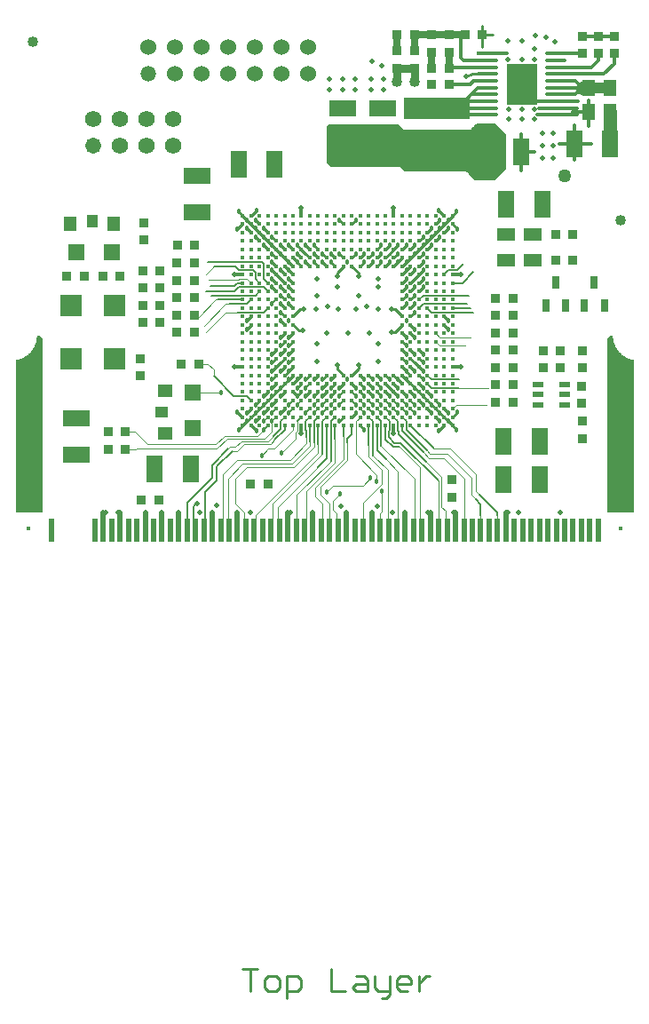
<source format=gtl>
%FSLAX24Y24*%
%MOIN*%
G70*
G01*
G75*
%ADD10C,0.0040*%
%ADD11C,0.0400*%
%ADD12C,0.0157*%
%ADD13R,0.0236X0.0906*%
%ADD14R,0.0380X0.0380*%
%ADD15R,0.0315X0.0472*%
%ADD16R,0.0650X0.0500*%
%ADD17R,0.0600X0.1000*%
%ADD18R,0.0600X0.0600*%
%ADD19R,0.0551X0.0512*%
%ADD20R,0.0472X0.0394*%
%ADD21R,0.1000X0.0600*%
%ADD22R,0.0433X0.0236*%
%ADD23R,0.0800X0.0800*%
%ADD24R,0.2480X0.0846*%
%ADD25R,0.0500X0.0600*%
%ADD26R,0.0512X0.0551*%
%ADD27R,0.0394X0.0472*%
%ADD28O,0.0846X0.0138*%
%ADD29R,0.0846X0.0138*%
%ADD30R,0.1181X0.1575*%
%ADD31C,0.0100*%
%ADD32C,0.0060*%
%ADD33C,0.0050*%
%ADD34C,0.0138*%
%ADD35C,0.0200*%
%ADD36C,0.0250*%
%ADD37C,0.0130*%
%ADD38C,0.0500*%
%ADD39C,0.0300*%
%ADD40C,0.0400*%
%ADD41C,0.0110*%
%ADD42C,0.0098*%
%ADD43C,0.0600*%
%ADD44P,0.0600X8X0*%
%ADD45C,0.0620*%
%ADD46P,0.0620X8X0*%
%ADD47C,0.0180*%
%ADD48C,0.0200*%
%ADD49C,0.0500*%
D10*
X77515Y86772D02*
X77534Y86698D01*
X77586Y86644D01*
X76634Y85846D02*
X76733Y85868D01*
X76829Y85900D01*
X76922Y85943D01*
X77009Y85995D01*
X77090Y86056D01*
X77164Y86126D01*
X77230Y86204D01*
X77287Y86288D01*
X77334Y86377D01*
X77372Y86472D01*
X77399Y86570D01*
X77416Y86670D01*
X77421Y86772D01*
X99011D02*
X99016Y86670D01*
X99033Y86570D01*
X99060Y86472D01*
X99098Y86377D01*
X99145Y86288D01*
X99202Y86204D01*
X99268Y86126D01*
X99342Y86056D01*
X99423Y85995D01*
X99510Y85943D01*
X99603Y85900D01*
X99699Y85868D01*
X99798Y85846D01*
X98846Y86644D02*
X98898Y86698D01*
X98917Y86772D01*
X77408Y86617D02*
X77586D01*
X77411Y86637D02*
X77586D01*
X77405Y86597D02*
X77586D01*
X77401Y86577D02*
X77586D01*
X77396Y86557D02*
X77586D01*
X77391Y86537D02*
X77586D01*
X77386Y86517D02*
X77586D01*
X77380Y86497D02*
X77586D01*
X77374Y86477D02*
X77586D01*
X77367Y86457D02*
X77586D01*
X77360Y86437D02*
X77586D01*
X77352Y86417D02*
X77586D01*
X77343Y86397D02*
X77586D01*
X77334Y86377D02*
X77586D01*
X77325Y86357D02*
X77586D01*
X77315Y86337D02*
X77586D01*
X77304Y86317D02*
X77586D01*
X77292Y86297D02*
X77586D01*
X77280Y86277D02*
X77586D01*
X77268Y86257D02*
X77586D01*
X77254Y86237D02*
X77586D01*
X77240Y86217D02*
X77586D01*
X77225Y86197D02*
X77586D01*
X77209Y86177D02*
X77586D01*
X77192Y86157D02*
X77586D01*
X77174Y86137D02*
X77586D01*
X77155Y86117D02*
X77586D01*
X77135Y86097D02*
X77586D01*
X77114Y86077D02*
X77586D01*
X77091Y86057D02*
X77586D01*
X77067Y86037D02*
X77586D01*
X77041Y86017D02*
X77586D01*
X77013Y85997D02*
X77586D01*
X76982Y85977D02*
X77586D01*
X76949Y85957D02*
X77586D01*
X76912Y85937D02*
X77586D01*
X76870Y85917D02*
X77586D01*
X76823Y85897D02*
X77586D01*
X76766Y85877D02*
X77586D01*
X76692Y85857D02*
X77586D01*
X76634Y82057D02*
X77586D01*
X76634Y82037D02*
X77586D01*
X76634Y82017D02*
X77586D01*
X76634Y81997D02*
X77586D01*
X76634Y81977D02*
X77586D01*
X76634Y81957D02*
X77586D01*
X76634Y81917D02*
X77586D01*
X76634Y81937D02*
X77586D01*
X77420Y86717D02*
X77525D01*
X77418Y86697D02*
X77534D01*
X77416Y86677D02*
X77548D01*
X77421Y86772D02*
X77515D01*
X77421Y86757D02*
X77515D01*
X77421Y86737D02*
X77519D01*
X76634Y81897D02*
X77586D01*
X76634Y81877D02*
X77586D01*
X76634Y81857D02*
X77586D01*
X77414Y86657D02*
X77567D01*
X76634Y81837D02*
X77586D01*
X76634Y81817D02*
X77586D01*
X76634Y81797D02*
X77586D01*
X76634Y81777D02*
X77586D01*
X76634Y81757D02*
X77586D01*
X76634Y81737D02*
X77586D01*
X76634Y81717D02*
X77586D01*
X76634Y81697D02*
X77586D01*
X76634Y81677D02*
X77586D01*
X76634Y81657D02*
X77586D01*
X76634Y81637D02*
X77586D01*
X76634Y81617D02*
X77586D01*
X76634Y81597D02*
X77586D01*
X76634Y81577D02*
X77586D01*
X76634Y81557D02*
X77586D01*
X76634Y81537D02*
X77586D01*
X76634Y81517D02*
X77586D01*
X76634Y81497D02*
X77586D01*
X76634Y81477D02*
X77586D01*
X76634Y81457D02*
X77586D01*
X76634Y81437D02*
X77586D01*
X76634Y81417D02*
X77586D01*
X76634Y81397D02*
X77586D01*
X76634Y81377D02*
X77586D01*
X76634Y81357D02*
X77586D01*
X76634Y81337D02*
X77586D01*
X76634Y81317D02*
X77586D01*
X76634Y81277D02*
X77586D01*
X76634Y81297D02*
X77586D01*
X76634Y81257D02*
X77586D01*
X76634Y81237D02*
X77586D01*
X76634Y81217D02*
X77586D01*
X76634Y81197D02*
X77586D01*
X76634Y81177D02*
X77586D01*
X76634Y81157D02*
X77586D01*
X76634Y81137D02*
X77586D01*
X76634Y81117D02*
X77586D01*
X76634Y81097D02*
X77586D01*
X76634Y81077D02*
X77586D01*
X76634Y81057D02*
X77586D01*
X76634Y81037D02*
X77586D01*
X76634Y81017D02*
X77586D01*
X76634Y80997D02*
X77586D01*
X76634Y80977D02*
X77586D01*
X76634Y80957D02*
X77586D01*
X76634Y80937D02*
X77586D01*
X76634Y80917D02*
X77586D01*
X77584Y80157D02*
Y86645D01*
X77586Y80157D02*
Y86644D01*
X76634Y80897D02*
X77586D01*
X76634Y80877D02*
X77586D01*
X76634Y80857D02*
X77586D01*
X76634Y80837D02*
X77586D01*
X76634Y80817D02*
X77586D01*
X76634Y80797D02*
X77586D01*
X76634Y80777D02*
X77586D01*
X76634Y80757D02*
X77586D01*
X76634Y80737D02*
X77586D01*
X76634Y80697D02*
X77586D01*
X76634Y80717D02*
X77586D01*
X76634Y80677D02*
X77586D01*
X76634Y80657D02*
X77586D01*
X76634Y80637D02*
X77586D01*
X76634Y80617D02*
X77586D01*
X76634Y80597D02*
X77586D01*
X76634Y80577D02*
X77586D01*
X76634Y80557D02*
X77586D01*
X76634Y80537D02*
X77586D01*
X76634Y80517D02*
X77586D01*
X76634Y80497D02*
X77586D01*
X76634Y80477D02*
X77586D01*
X76634Y80457D02*
X77586D01*
X76634Y80437D02*
X77586D01*
X76634Y80417D02*
X77586D01*
X76634Y80397D02*
X77586D01*
X76634Y80377D02*
X77586D01*
X76634Y80357D02*
X77586D01*
X76634Y80337D02*
X77586D01*
X76634Y80317D02*
X77586D01*
X76634Y80297D02*
X77586D01*
X76634Y80277D02*
X77586D01*
X76634Y80257D02*
X77586D01*
X76634Y80237D02*
X77586D01*
X76634Y80217D02*
X77586D01*
X76634Y80197D02*
X77586D01*
X76634Y80157D02*
X77586D01*
X77544Y80157D02*
Y86683D01*
X77524Y80157D02*
Y86721D01*
X77564Y80157D02*
Y86661D01*
X77504Y80157D02*
Y86772D01*
X77484Y80157D02*
Y86772D01*
X77464Y80157D02*
Y86772D01*
X77444Y80157D02*
Y86772D01*
X77424Y80157D02*
Y86772D01*
X77404Y80157D02*
Y86592D01*
X77384Y80157D02*
Y86509D01*
X77364Y80157D02*
Y86448D01*
X77344Y80157D02*
Y86398D01*
X77324Y80157D02*
Y86355D01*
X77304Y80157D02*
Y86317D01*
X77284Y80157D02*
Y86283D01*
X77264Y80157D02*
Y86252D01*
X77244Y80157D02*
Y86223D01*
X77224Y80157D02*
Y86196D01*
X77204Y80157D02*
Y86171D01*
X77164Y80157D02*
Y86126D01*
X77184Y80157D02*
Y86148D01*
X77144Y80157D02*
Y86106D01*
X77124Y80157D02*
Y86087D01*
X77104Y80157D02*
Y86068D01*
X77084Y80157D02*
Y86051D01*
X77064Y80157D02*
Y86035D01*
X77044Y80157D02*
Y86020D01*
X77024Y80157D02*
Y86005D01*
X77004Y80157D02*
Y85992D01*
X76984Y80157D02*
Y85979D01*
X76964Y80157D02*
Y85966D01*
X76944Y80157D02*
Y85955D01*
X76924Y80157D02*
Y85944D01*
X76904Y80157D02*
Y85933D01*
X76884Y80157D02*
Y85924D01*
X76864Y80157D02*
Y85915D01*
X76844Y80157D02*
Y85906D01*
X76824Y80157D02*
Y85898D01*
X76804Y80157D02*
Y85890D01*
X76784Y80157D02*
Y85883D01*
X76764Y80157D02*
Y85877D01*
X76744Y80157D02*
Y85871D01*
X76724Y80157D02*
Y85865D01*
X76704Y80157D02*
Y85860D01*
X76634Y80177D02*
X77586D01*
X76684Y80157D02*
Y85856D01*
X76664Y80157D02*
Y85852D01*
X76644Y80157D02*
Y85848D01*
X76634Y85837D02*
X77586D01*
X76634Y85817D02*
X77586D01*
X76634Y85797D02*
X77586D01*
X76634Y85777D02*
X77586D01*
X76634Y85757D02*
X77586D01*
X76634Y85737D02*
X77586D01*
X76634Y85717D02*
X77586D01*
X76634Y85697D02*
X77586D01*
X76634Y85677D02*
X77586D01*
X76634Y85657D02*
X77586D01*
X76634Y85637D02*
X77586D01*
X76634Y85617D02*
X77586D01*
X76634Y85597D02*
X77586D01*
X76634Y85577D02*
X77586D01*
X76634Y85557D02*
X77586D01*
X76634Y85537D02*
X77586D01*
X76634Y85517D02*
X77586D01*
X76634Y85497D02*
X77586D01*
X76634Y85457D02*
X77586D01*
X76634Y85477D02*
X77586D01*
X76634Y85437D02*
X77586D01*
X76634Y85417D02*
X77586D01*
X76634Y85397D02*
X77586D01*
X76634Y85377D02*
X77586D01*
X76634Y85357D02*
X77586D01*
X76634Y85337D02*
X77586D01*
X76634Y85317D02*
X77586D01*
X76634Y85297D02*
X77586D01*
X76634Y85277D02*
X77586D01*
X76634Y85257D02*
X77586D01*
X76634Y85237D02*
X77586D01*
X76634Y85217D02*
X77586D01*
X76634Y85197D02*
X77586D01*
X76634Y85177D02*
X77586D01*
X76634Y85157D02*
X77586D01*
X76634Y85137D02*
X77586D01*
X76634Y85117D02*
X77586D01*
X76634Y85097D02*
X77586D01*
X76634Y85077D02*
X77586D01*
X76634Y85057D02*
X77586D01*
X76634Y85037D02*
X77586D01*
X76634Y85017D02*
X77586D01*
X76634Y84997D02*
X77586D01*
X76634Y84977D02*
X77586D01*
X76634Y84957D02*
X77586D01*
X76634Y84937D02*
X77586D01*
X76634Y84917D02*
X77586D01*
X76634Y84897D02*
X77586D01*
X76634Y84877D02*
X77586D01*
X76634Y84857D02*
X77586D01*
X76634Y84817D02*
X77586D01*
X76634Y84837D02*
X77586D01*
X76634Y84797D02*
X77586D01*
X76634Y84777D02*
X77586D01*
X76634Y84757D02*
X77586D01*
X76634Y84737D02*
X77586D01*
X76634Y84717D02*
X77586D01*
X76634Y84697D02*
X77586D01*
X76634Y84677D02*
X77586D01*
X76634Y84657D02*
X77586D01*
X76634Y84637D02*
X77586D01*
X76634Y84617D02*
X77586D01*
X76634Y84597D02*
X77586D01*
X76634Y84577D02*
X77586D01*
X76634Y84557D02*
X77586D01*
X76634Y84537D02*
X77586D01*
X76634Y84517D02*
X77586D01*
X76634Y84497D02*
X77586D01*
X76634Y84477D02*
X77586D01*
X76634Y84457D02*
X77586D01*
X76634Y84437D02*
X77586D01*
X76634Y84417D02*
X77586D01*
X76634Y84397D02*
X77586D01*
X76634Y84377D02*
X77586D01*
X76634Y84357D02*
X77586D01*
X76634Y84337D02*
X77586D01*
X76634Y84317D02*
X77586D01*
X76634Y84297D02*
X77586D01*
X76634Y84277D02*
X77586D01*
X76634Y84237D02*
X77586D01*
X76634Y84257D02*
X77586D01*
X76634Y84217D02*
X77586D01*
X76634Y84197D02*
X77586D01*
X76634Y84177D02*
X77586D01*
X76634Y84157D02*
X77586D01*
X76634Y84137D02*
X77586D01*
X76634Y84117D02*
X77586D01*
X76634Y84097D02*
X77586D01*
X76634Y84077D02*
X77586D01*
X76634Y84057D02*
X77586D01*
X76634Y84037D02*
X77586D01*
X76634Y84017D02*
X77586D01*
X76634Y83997D02*
X77586D01*
X76634Y83977D02*
X77586D01*
X76634Y83937D02*
X77586D01*
X76634Y83957D02*
X77586D01*
X76634Y83917D02*
X77586D01*
X76634Y83897D02*
X77586D01*
X76634Y83877D02*
X77586D01*
X76634Y83857D02*
X77586D01*
X76634Y83837D02*
X77586D01*
X76634Y83817D02*
X77586D01*
X76634Y83797D02*
X77586D01*
X76634Y83777D02*
X77586D01*
X76634Y83757D02*
X77586D01*
X76634Y83737D02*
X77586D01*
X76634Y83717D02*
X77586D01*
X76634Y83697D02*
X77586D01*
X76634Y83657D02*
X77586D01*
X76634Y83677D02*
X77586D01*
X76634Y83637D02*
X77586D01*
X76634Y83617D02*
X77586D01*
X76634Y83597D02*
X77586D01*
X76634Y83577D02*
X77586D01*
X76634Y83557D02*
X77586D01*
X76634Y83537D02*
X77586D01*
X76634Y83517D02*
X77586D01*
X76634Y83497D02*
X77586D01*
X76634Y83477D02*
X77586D01*
X76634Y83457D02*
X77586D01*
X76634Y83437D02*
X77586D01*
X76634Y83417D02*
X77586D01*
X76634Y83397D02*
X77586D01*
X76634Y83377D02*
X77586D01*
X76634Y83357D02*
X77586D01*
X76634Y83337D02*
X77586D01*
X76634Y83317D02*
X77586D01*
X76634Y83297D02*
X77586D01*
X76634Y83277D02*
X77586D01*
X76634Y83257D02*
X77586D01*
X76634Y83237D02*
X77586D01*
X76634Y83217D02*
X77586D01*
X76634Y83197D02*
X77586D01*
X76634Y83177D02*
X77586D01*
X76634Y83157D02*
X77586D01*
X76634Y83137D02*
X77586D01*
X76634Y83117D02*
X77586D01*
X76634Y83077D02*
X77586D01*
X76634Y83097D02*
X77586D01*
X76634Y83057D02*
X77586D01*
X76634Y83037D02*
X77586D01*
X76634Y83017D02*
X77586D01*
X76634Y82997D02*
X77586D01*
X76634Y82977D02*
X77586D01*
X76634Y82957D02*
X77586D01*
X76634Y82937D02*
X77586D01*
X76634Y82917D02*
X77586D01*
X76634Y82897D02*
X77586D01*
X76634Y82877D02*
X77586D01*
X76634Y82857D02*
X77586D01*
X76634Y82837D02*
X77586D01*
X76634Y82817D02*
X77586D01*
X76634Y80157D02*
Y85846D01*
Y82797D02*
X77586D01*
X76634Y82777D02*
X77586D01*
X76634Y82757D02*
X77586D01*
X76634Y82737D02*
X77586D01*
X76634Y82717D02*
X77586D01*
X76634Y82697D02*
X77586D01*
X76634Y82677D02*
X77586D01*
X76634Y82657D02*
X77586D01*
X76634Y82637D02*
X77586D01*
X76634Y82617D02*
X77586D01*
X76634Y82597D02*
X77586D01*
X76634Y82577D02*
X77586D01*
X76634Y82557D02*
X77586D01*
X76634Y82537D02*
X77586D01*
X76634Y82497D02*
X77586D01*
X76634Y82517D02*
X77586D01*
X76634Y82477D02*
X77586D01*
X76634Y82457D02*
X77586D01*
X76634Y82437D02*
X77586D01*
X76634Y82417D02*
X77586D01*
X76634Y82397D02*
X77586D01*
X76634Y82377D02*
X77586D01*
X76634Y82357D02*
X77586D01*
X76634Y82337D02*
X77586D01*
X76634Y82317D02*
X77586D01*
X76634Y82297D02*
X77586D01*
X76634Y82277D02*
X77586D01*
X76634Y82257D02*
X77586D01*
X76634Y82237D02*
X77586D01*
X76634Y82217D02*
X77586D01*
X76634Y82197D02*
X77586D01*
X76634Y82177D02*
X77586D01*
X76634Y82157D02*
X77586D01*
X76634Y82137D02*
X77586D01*
X76634Y82117D02*
X77586D01*
X76634Y82097D02*
X77586D01*
X76634Y82077D02*
X77586D01*
X76634Y80157D02*
X77586D01*
X98846Y82857D02*
X99798D01*
X98846Y82837D02*
X99798D01*
X98846Y82817D02*
X99798D01*
X98846Y82797D02*
X99798D01*
X98846Y82777D02*
X99798D01*
X98846Y82757D02*
X99798D01*
X98846Y82737D02*
X99798D01*
X98846Y82717D02*
X99798D01*
X98846Y82697D02*
X99798D01*
X98846Y82677D02*
X99798D01*
X98846Y82657D02*
X99798D01*
X98846Y82637D02*
X99798D01*
X98846Y82617D02*
X99798D01*
X98846Y82597D02*
X99798D01*
X98846Y82577D02*
X99798D01*
X98846Y82557D02*
X99798D01*
X98846Y82537D02*
X99798D01*
X98846Y82497D02*
X99798D01*
X98846Y82517D02*
X99798D01*
X98846Y82477D02*
X99798D01*
X98846Y82457D02*
X99798D01*
X98846Y82437D02*
X99798D01*
X98846Y82417D02*
X99798D01*
X98846Y82397D02*
X99798D01*
X98846Y82377D02*
X99798D01*
X98846Y82357D02*
X99798D01*
X98846Y82337D02*
X99798D01*
X98846Y82317D02*
X99798D01*
X98846Y82297D02*
X99798D01*
X98846Y82277D02*
X99798D01*
X98846Y82257D02*
X99798D01*
X98846Y82237D02*
X99798D01*
X98846Y82217D02*
X99798D01*
X98846Y82197D02*
X99798D01*
X98846Y82177D02*
X99798D01*
X98846Y82157D02*
X99798D01*
X98846Y82137D02*
X99798D01*
X98846Y82117D02*
X99798D01*
X98846Y82097D02*
X99798D01*
X98846Y82077D02*
X99798D01*
X98846Y82057D02*
X99798D01*
X98846Y82037D02*
X99798D01*
X98846Y82017D02*
X99798D01*
X98846Y81997D02*
X99798D01*
X98846Y81977D02*
X99798D01*
X98846Y81957D02*
X99798D01*
X98846Y81917D02*
X99798D01*
X98917Y86772D02*
X99011D01*
X98917Y86757D02*
X99011D01*
X98913Y86737D02*
X99011D01*
X98907Y86717D02*
X99012D01*
X98898Y86697D02*
X99014D01*
X98884Y86677D02*
X99016D01*
X98846Y81937D02*
X99798D01*
X98846Y81897D02*
X99798D01*
X98846Y81877D02*
X99798D01*
X98865Y86657D02*
X99018D01*
X98846Y81857D02*
X99798D01*
X98846Y81837D02*
X99798D01*
X98846Y81817D02*
X99798D01*
X98846Y81797D02*
X99798D01*
X98846Y81777D02*
X99798D01*
X98846Y81757D02*
X99798D01*
X98846Y81737D02*
X99798D01*
X98846Y81717D02*
X99798D01*
X98846Y81697D02*
X99798D01*
X98846Y81677D02*
X99798D01*
X98846Y81657D02*
X99798D01*
X98846Y81637D02*
X99798D01*
X98846Y81617D02*
X99798D01*
X98846Y81597D02*
X99798D01*
X98846Y81577D02*
X99798D01*
X98846Y81557D02*
X99798D01*
X98846Y81537D02*
X99798D01*
X98846Y81517D02*
X99798D01*
X98846Y81497D02*
X99798D01*
X98846Y81477D02*
X99798D01*
X98846Y81457D02*
X99798D01*
X98846Y81437D02*
X99798D01*
X98846Y81417D02*
X99798D01*
X98846Y81397D02*
X99798D01*
X98846Y81377D02*
X99798D01*
X98846Y81357D02*
X99798D01*
X98846Y81337D02*
X99798D01*
X98846Y81317D02*
X99798D01*
X98846Y81277D02*
X99798D01*
X98846Y81297D02*
X99798D01*
X98846Y81257D02*
X99798D01*
X98846Y81237D02*
X99798D01*
X98846Y81217D02*
X99798D01*
X98846Y81197D02*
X99798D01*
X98846Y81177D02*
X99798D01*
X98846Y81157D02*
X99798D01*
X98846Y81137D02*
X99798D01*
X98846Y81097D02*
X99798D01*
X98846Y81117D02*
X99798D01*
X98846Y81077D02*
X99798D01*
X98846Y81057D02*
X99798D01*
X98846Y81037D02*
X99798D01*
X98846Y81017D02*
X99798D01*
X98846Y80997D02*
X99798D01*
X98846Y80977D02*
X99798D01*
X98846Y80957D02*
X99798D01*
X98846Y80937D02*
X99798D01*
X99784Y80157D02*
Y85849D01*
X99798Y80157D02*
Y85846D01*
X98846Y80917D02*
X99798D01*
X98846Y80897D02*
X99798D01*
X98846Y80877D02*
X99798D01*
X98846Y80857D02*
X99798D01*
X98846Y80837D02*
X99798D01*
X98846Y80817D02*
X99798D01*
X98846Y80797D02*
X99798D01*
X98846Y80777D02*
X99798D01*
X98846Y80757D02*
X99798D01*
X98846Y80737D02*
X99798D01*
X98846Y80697D02*
X99798D01*
X98846Y80717D02*
X99798D01*
X98846Y80677D02*
X99798D01*
X98846Y80657D02*
X99798D01*
X98846Y80637D02*
X99798D01*
X98846Y80617D02*
X99798D01*
X98846Y80597D02*
X99798D01*
X98846Y80577D02*
X99798D01*
X98846Y80557D02*
X99798D01*
X98846Y80537D02*
X99798D01*
X98846Y80517D02*
X99798D01*
X98846Y80497D02*
X99798D01*
X98846Y80477D02*
X99798D01*
X98846Y80457D02*
X99798D01*
X98846Y80437D02*
X99798D01*
X98846Y80417D02*
X99798D01*
X98846Y80397D02*
X99798D01*
X98846Y80377D02*
X99798D01*
X98846Y80357D02*
X99798D01*
X98846Y80337D02*
X99798D01*
X98846Y80317D02*
X99798D01*
X98846Y80297D02*
X99798D01*
X98846Y80277D02*
X99798D01*
X98846Y80257D02*
X99798D01*
X98846Y80237D02*
X99798D01*
X98846Y80217D02*
X99798D01*
X98846Y80197D02*
X99798D01*
X99304Y80157D02*
Y86091D01*
X99284Y80157D02*
Y86110D01*
X99324Y80157D02*
Y86072D01*
X99244Y80157D02*
Y86153D01*
X99204Y80157D02*
Y86202D01*
X99264Y80157D02*
Y86131D01*
X99184Y80157D02*
Y86229D01*
X99164Y80157D02*
Y86259D01*
X99224Y80157D02*
Y86177D01*
X99124Y80157D02*
Y86326D01*
X99084Y80157D02*
Y86409D01*
X99144Y80157D02*
Y86291D01*
X99064Y80157D02*
Y86461D01*
X99044Y80157D02*
Y86526D01*
X99104Y80157D02*
Y86365D01*
X99004Y80157D02*
Y86772D01*
X98984Y80157D02*
Y86772D01*
X99024Y80157D02*
Y86617D01*
X98964Y80157D02*
Y86772D01*
X98924Y80157D02*
Y86772D01*
X98944Y80157D02*
Y86772D01*
X98904Y80157D02*
Y86709D01*
X98884Y80157D02*
Y86677D01*
X98864Y80157D02*
Y86657D01*
X99764Y80157D02*
Y85852D01*
X99744Y80157D02*
Y85857D01*
X99724Y80157D02*
Y85861D01*
X99704Y80157D02*
Y85867D01*
X99664Y80157D02*
Y85878D01*
X99684Y80157D02*
Y85872D01*
X99644Y80157D02*
Y85885D01*
X99624Y80157D02*
Y85892D01*
X99604Y80157D02*
Y85900D01*
X99584Y80157D02*
Y85908D01*
X99564Y80157D02*
Y85917D01*
X99544Y80157D02*
Y85926D01*
X99504Y80157D02*
Y85946D01*
X99484Y80157D02*
Y85957D01*
X99524Y80157D02*
Y85936D01*
X99464Y80157D02*
Y85969D01*
X99444Y80157D02*
Y85981D01*
X99424Y80157D02*
Y85995D01*
X99404Y80157D02*
Y86009D01*
X98846Y80177D02*
X99798D01*
X98846Y80157D02*
X99798D01*
X99364Y80157D02*
Y86039D01*
X99344Y80157D02*
Y86055D01*
X99384Y80157D02*
Y86023D01*
X98846Y85837D02*
X99798D01*
X98846Y85817D02*
X99798D01*
X98846Y85797D02*
X99798D01*
X98846Y85777D02*
X99798D01*
X98846Y85757D02*
X99798D01*
X98846Y85737D02*
X99798D01*
X98846Y85717D02*
X99798D01*
X98846Y85697D02*
X99798D01*
X98846Y85677D02*
X99798D01*
X98846Y85657D02*
X99798D01*
X98846Y85637D02*
X99798D01*
X98846Y85617D02*
X99798D01*
X98846Y85597D02*
X99798D01*
X98846Y85577D02*
X99798D01*
X98846Y85557D02*
X99798D01*
X98846Y85537D02*
X99798D01*
X98846Y85517D02*
X99798D01*
X98846Y85497D02*
X99798D01*
X98846Y85457D02*
X99798D01*
X98846Y85477D02*
X99798D01*
X98846Y85437D02*
X99798D01*
X98846Y85417D02*
X99798D01*
X98846Y85397D02*
X99798D01*
X98846Y85377D02*
X99798D01*
X98846Y85357D02*
X99798D01*
X98846Y85337D02*
X99798D01*
X98846Y85317D02*
X99798D01*
X98846Y85297D02*
X99798D01*
X98846Y85277D02*
X99798D01*
X98846Y85257D02*
X99798D01*
X98846Y85237D02*
X99798D01*
X98846Y85217D02*
X99798D01*
X98846Y85197D02*
X99798D01*
X98846Y85177D02*
X99798D01*
X98846Y85157D02*
X99798D01*
X98846Y85137D02*
X99798D01*
X98846Y85117D02*
X99798D01*
X98846Y85097D02*
X99798D01*
X98846Y85077D02*
X99798D01*
X98846Y85057D02*
X99798D01*
X98846Y85037D02*
X99798D01*
X98846Y85017D02*
X99798D01*
X98846Y84997D02*
X99798D01*
X98846Y84977D02*
X99798D01*
X98846Y84957D02*
X99798D01*
X98846Y84937D02*
X99798D01*
X98846Y84917D02*
X99798D01*
X98846Y84897D02*
X99798D01*
X98846Y86617D02*
X99024D01*
X98846Y86637D02*
X99021D01*
X98846Y86557D02*
X99036D01*
X98846Y86597D02*
X99027D01*
X98846Y86577D02*
X99031D01*
X98846Y86537D02*
X99041D01*
X98846Y86517D02*
X99046D01*
X98846Y86437D02*
X99072D01*
X98846Y86497D02*
X99052D01*
X98846Y86477D02*
X99058D01*
X98846Y86457D02*
X99065D01*
X98846Y86377D02*
X99098D01*
X98846Y86357D02*
X99107D01*
X98846Y86317D02*
X99128D01*
X98846Y86417D02*
X99080D01*
X98846Y86397D02*
X99089D01*
X98846Y86337D02*
X99117D01*
X98846Y86257D02*
X99164D01*
X98846Y86217D02*
X99192D01*
X98846Y86197D02*
X99207D01*
X98846Y86297D02*
X99140D01*
X98846Y86277D02*
X99152D01*
X98846Y86237D02*
X99178D01*
X98846Y86137D02*
X99258D01*
X98846Y86097D02*
X99297D01*
X98846Y86077D02*
X99318D01*
X98846Y86177D02*
X99223D01*
X98846Y86157D02*
X99240D01*
X98846Y86117D02*
X99277D01*
X98846Y85997D02*
X99420D01*
X98846Y85977D02*
X99450D01*
X98846Y85937D02*
X99520D01*
X98846Y86037D02*
X99365D01*
X98846Y86057D02*
X99341D01*
X98846Y86017D02*
X99391D01*
X98846Y85877D02*
X99666D01*
X98846Y85857D02*
X99740D01*
X98846Y84877D02*
X99798D01*
X98846Y85957D02*
X99483D01*
X98846Y85917D02*
X99562D01*
X98846Y85897D02*
X99609D01*
X98846Y84857D02*
X99798D01*
X98846Y84817D02*
X99798D01*
X98846Y84837D02*
X99798D01*
X98846Y84797D02*
X99798D01*
X98846Y84777D02*
X99798D01*
X98846Y84757D02*
X99798D01*
X98846Y84737D02*
X99798D01*
X98846Y84717D02*
X99798D01*
X98846Y84697D02*
X99798D01*
X98846Y84677D02*
X99798D01*
X98846Y84657D02*
X99798D01*
X98846Y84637D02*
X99798D01*
X98846Y84617D02*
X99798D01*
X98846Y84597D02*
X99798D01*
X98846Y84577D02*
X99798D01*
X98846Y84557D02*
X99798D01*
X98846Y84537D02*
X99798D01*
X98846Y84517D02*
X99798D01*
X98846Y84497D02*
X99798D01*
X98846Y84477D02*
X99798D01*
X98846Y84457D02*
X99798D01*
X98846Y84437D02*
X99798D01*
X98846Y84417D02*
X99798D01*
X98846Y84397D02*
X99798D01*
X98846Y84377D02*
X99798D01*
X98846Y84357D02*
X99798D01*
X98846Y84337D02*
X99798D01*
X98846Y84317D02*
X99798D01*
X98846Y84297D02*
X99798D01*
X98846Y84277D02*
X99798D01*
X98846Y84237D02*
X99798D01*
X98846Y84257D02*
X99798D01*
X98846Y84217D02*
X99798D01*
X98846Y84197D02*
X99798D01*
X98846Y84177D02*
X99798D01*
X98846Y84157D02*
X99798D01*
X98846Y84137D02*
X99798D01*
X98846Y84117D02*
X99798D01*
X98846Y84097D02*
X99798D01*
X98846Y84077D02*
X99798D01*
X98846Y84057D02*
X99798D01*
X98846Y84037D02*
X99798D01*
X98846Y84017D02*
X99798D01*
X98846Y83997D02*
X99798D01*
X98846Y83977D02*
X99798D01*
X98846Y83957D02*
X99798D01*
X98846Y83937D02*
X99798D01*
X98846Y83917D02*
X99798D01*
X98846Y83897D02*
X99798D01*
X98846Y83877D02*
X99798D01*
X98846Y83857D02*
X99798D01*
X98846Y83837D02*
X99798D01*
X98846Y83817D02*
X99798D01*
X98846Y83797D02*
X99798D01*
X98846Y83777D02*
X99798D01*
X98846Y83757D02*
X99798D01*
X98846Y83737D02*
X99798D01*
X98846Y83717D02*
X99798D01*
X98846Y83697D02*
X99798D01*
X98846Y83657D02*
X99798D01*
X98846Y83677D02*
X99798D01*
X98846Y83637D02*
X99798D01*
X98846Y83617D02*
X99798D01*
X98846Y80157D02*
Y86644D01*
Y83597D02*
X99798D01*
X98846Y83577D02*
X99798D01*
X98846Y83557D02*
X99798D01*
X98846Y83537D02*
X99798D01*
X98846Y83517D02*
X99798D01*
X98846Y83497D02*
X99798D01*
X98846Y83477D02*
X99798D01*
X98846Y83457D02*
X99798D01*
X98846Y83437D02*
X99798D01*
X98846Y83417D02*
X99798D01*
X98846Y83397D02*
X99798D01*
X98846Y83377D02*
X99798D01*
X98846Y83357D02*
X99798D01*
X98846Y83337D02*
X99798D01*
X98846Y83317D02*
X99798D01*
X98846Y83297D02*
X99798D01*
X98846Y83277D02*
X99798D01*
X98846Y83257D02*
X99798D01*
X98846Y83237D02*
X99798D01*
X98846Y83217D02*
X99798D01*
X98846Y83197D02*
X99798D01*
X98846Y83177D02*
X99798D01*
X98846Y83157D02*
X99798D01*
X98846Y83137D02*
X99798D01*
X98846Y83117D02*
X99798D01*
X98846Y83077D02*
X99798D01*
X98846Y83097D02*
X99798D01*
X98846Y83057D02*
X99798D01*
X98846Y83037D02*
X99798D01*
X98846Y83017D02*
X99798D01*
X98846Y82997D02*
X99798D01*
X98846Y82977D02*
X99798D01*
X98846Y82957D02*
X99798D01*
X98846Y82937D02*
X99798D01*
X98846Y82917D02*
X99798D01*
X98846Y82897D02*
X99798D01*
X98846Y82877D02*
X99798D01*
X98846Y80157D02*
X99798D01*
X92547Y86693D02*
X93688D01*
X92389Y86850D02*
X92547Y86693D01*
Y86378D02*
X93492D01*
X92389Y86535D02*
X92547Y86378D01*
X93151Y84147D02*
X94284D01*
X93019Y84016D02*
X93151Y84147D01*
X83757Y89065D02*
X84053Y89360D01*
X83268Y84628D02*
X84346D01*
X84053Y85246D02*
Y85482D01*
X93265Y84803D02*
X94358D01*
X83470Y87439D02*
X84141Y88110D01*
X84210D01*
X83688Y87126D02*
X84515Y87953D01*
X84623D01*
X84515Y87638D02*
X84919D01*
X83767Y86890D02*
X84515Y87638D01*
X83856Y88858D02*
X84978D01*
X83484Y85697D02*
X83837D01*
X84053Y85482D01*
X86592Y82352D02*
X87133Y82894D01*
Y83140D01*
X87035Y83218D02*
Y83386D01*
X86326Y82510D02*
X87035Y83218D01*
X85854Y82264D02*
X86100Y82510D01*
X86326D01*
X87133Y83140D02*
X87192Y83199D01*
Y83543D01*
X84929Y82106D02*
X86936D01*
X85145Y81949D02*
X86996D01*
X84584Y81388D02*
X85145Y81949D01*
X84387Y81565D02*
X84929Y82106D01*
X86936D02*
X87547Y82716D01*
Y82943D01*
X86996Y81949D02*
X87665Y82618D01*
Y82805D01*
X85312Y81821D02*
X87055D01*
X84879Y81388D02*
X85312Y81821D01*
X87055D02*
X87822Y82588D01*
Y82775D01*
X85637Y80020D02*
X87980Y82362D01*
X85637Y79773D02*
Y80020D01*
X86257Y80462D02*
X88137Y82342D01*
X86257Y79764D02*
Y80462D01*
X87980Y82362D02*
Y82687D01*
X86464Y80335D02*
X87958Y81829D01*
X86464Y79714D02*
Y80335D01*
X87183Y80787D02*
X88452Y82057D01*
X87183Y79586D02*
Y80787D01*
X87527Y80925D02*
X88610Y82008D01*
X87527Y79665D02*
Y80925D01*
X87852Y81063D02*
X88925Y82136D01*
X87852Y80738D02*
Y81063D01*
X88078Y81102D02*
X89072Y82096D01*
X88078Y80787D02*
Y81102D01*
X90362Y80147D02*
Y80935D01*
X90372Y81201D02*
Y81732D01*
X89673Y79449D02*
Y80502D01*
X90372Y81201D01*
X89397Y82313D02*
Y83543D01*
Y82313D02*
X90175Y81535D01*
Y81289D02*
Y81535D01*
X89870Y82234D02*
X90372Y81732D01*
X89870Y82234D02*
Y82667D01*
X90027Y82273D02*
X90588Y81712D01*
X88531Y81142D02*
X89653Y81132D01*
X89948Y81427D01*
X88295Y80905D02*
X88531Y81142D01*
X88403Y79557D02*
Y80462D01*
X88078Y80787D02*
X88403Y80462D01*
X88127Y79586D02*
Y80462D01*
X87852Y80738D02*
X88127Y80462D01*
X89072Y82096D02*
Y82766D01*
X88925Y82136D02*
Y82982D01*
X88610Y82008D02*
Y82884D01*
X89397Y83543D02*
X89555Y83701D01*
X90303Y80088D02*
X90362Y80147D01*
X90303Y79449D02*
Y80088D01*
X88541Y80551D02*
X88807Y80817D01*
X88541Y80236D02*
X88679Y80098D01*
Y79754D02*
Y80098D01*
X88541Y80236D02*
Y80551D01*
X81169Y82520D02*
X84181D01*
X80734Y82497D02*
X81147D01*
X81169Y82520D01*
X81562Y82687D02*
X84141D01*
X81102Y83147D02*
X81562Y82687D01*
X80734Y83147D02*
X81102D01*
X84456Y83002D02*
X85706D01*
X85933Y83228D01*
X84181Y82520D02*
X84555Y82894D01*
X85972D01*
X86248Y83169D02*
Y83543D01*
X85972Y82894D02*
X86248Y83169D01*
X84673Y82579D02*
X84879D01*
X84604Y82510D02*
X84673Y82579D01*
X84879D02*
X85106Y82805D01*
X86110D01*
X85204Y82707D02*
X86188D01*
X84936Y82439D02*
X85204Y82707D01*
X84759Y82439D02*
X84936D01*
X84387Y79675D02*
Y81565D01*
X86110Y82805D02*
X86307Y83002D01*
X86188Y82707D02*
X86326Y82844D01*
X84584Y79655D02*
Y81388D01*
X84879Y80462D02*
Y81388D01*
X84141Y82687D02*
X84456Y83002D01*
X84978Y88858D02*
X85017Y88897D01*
X85303D01*
X85460Y88740D01*
X84358Y79646D02*
X84387Y79675D01*
X84879Y80462D02*
X85214Y80128D01*
Y79823D02*
Y80128D01*
X92941Y82509D02*
X93905Y81545D01*
Y80925D02*
X94023Y80807D01*
X93905Y80925D02*
Y81545D01*
X92832Y82342D02*
X93738Y81437D01*
Y80777D02*
X93895Y80620D01*
X93738Y80777D02*
Y81437D01*
X92321Y82509D02*
X92941D01*
X92173Y82342D02*
X92832D01*
X92061Y82455D02*
X92173Y82342D01*
X91927Y82382D02*
X92133Y82175D01*
X92694D02*
X93472Y81397D01*
Y79665D02*
Y81397D01*
X92133Y82175D02*
X92694D01*
X94082Y79773D02*
Y80020D01*
Y79773D02*
X94112Y79744D01*
X94702Y79823D02*
Y80010D01*
Y79823D02*
X94732Y79793D01*
X92773Y79773D02*
Y80177D01*
X92616Y80335D02*
Y81447D01*
X92043Y82019D02*
X92616Y81447D01*
Y80335D02*
X92773Y80177D01*
X92488Y79705D02*
Y81319D01*
X91041Y82579D02*
X91809Y81811D01*
Y79685D02*
Y81811D01*
X91602Y79636D02*
Y81378D01*
X90342Y82638D02*
X91602Y81378D01*
X90539Y82116D02*
X90982Y81673D01*
Y79685D02*
Y81673D01*
X90588Y79567D02*
Y81712D01*
X88295Y93268D02*
X88452Y93110D01*
X88464D02*
Y94685D01*
X88484Y93110D02*
Y94685D01*
X88504Y93110D02*
Y94685D01*
X88524Y93110D02*
Y94685D01*
X88544Y93110D02*
Y94685D01*
X88564Y93110D02*
Y94685D01*
X88584Y93110D02*
Y94685D01*
X88604Y93110D02*
Y94685D01*
X88624Y93110D02*
Y94685D01*
X88644Y93110D02*
Y94685D01*
X88664Y93110D02*
Y94685D01*
X88684Y93110D02*
Y94685D01*
X88704Y93110D02*
Y94685D01*
X88724Y93110D02*
Y94685D01*
X88744Y93110D02*
Y94685D01*
X88764Y93110D02*
Y94685D01*
X88784Y93110D02*
Y94685D01*
X88804Y93110D02*
Y94685D01*
X88824Y93110D02*
Y94685D01*
X88844Y93110D02*
Y94685D01*
X88864Y93110D02*
Y94685D01*
X88884Y93110D02*
Y94685D01*
X88904Y93110D02*
Y94685D01*
X88924Y93110D02*
Y94685D01*
X88964Y93110D02*
Y94685D01*
X88944Y93110D02*
Y94685D01*
X88984Y93110D02*
Y94685D01*
X89004Y93110D02*
Y94685D01*
X89024Y93110D02*
Y94685D01*
X89044Y93110D02*
Y94685D01*
X89064Y93110D02*
Y94685D01*
X89084Y93110D02*
Y94685D01*
X89104Y93110D02*
Y94685D01*
X89124Y93110D02*
Y94685D01*
X89144Y93110D02*
Y94685D01*
X89164Y93110D02*
Y94685D01*
X89184Y93110D02*
Y94685D01*
X89204Y93110D02*
Y94685D01*
X89224Y93110D02*
Y94685D01*
X89244Y93110D02*
Y94685D01*
X89264Y93110D02*
Y94685D01*
X89284Y93110D02*
Y94685D01*
X89304Y93110D02*
Y94685D01*
X89324Y93110D02*
Y94685D01*
X89344Y93110D02*
Y94685D01*
X89364Y93110D02*
Y94685D01*
X89384Y93110D02*
Y94685D01*
X89404Y93110D02*
Y94685D01*
X89424Y93110D02*
Y94685D01*
X89444Y93110D02*
Y94685D01*
X89464Y93110D02*
Y94685D01*
X89484Y93110D02*
Y94685D01*
X89504Y93110D02*
Y94685D01*
X89544Y93110D02*
Y94685D01*
X89524Y93110D02*
Y94685D01*
X89564Y93110D02*
Y94685D01*
X89584Y93110D02*
Y94685D01*
X89604Y93110D02*
Y94685D01*
X89624Y93110D02*
Y94685D01*
X89644Y93110D02*
Y94685D01*
X88452Y93110D02*
X91051D01*
X89664D02*
Y94685D01*
X89684Y93110D02*
Y94685D01*
X89704Y93110D02*
Y94685D01*
X89724Y93110D02*
Y94685D01*
X89744Y93110D02*
Y94685D01*
X89764Y93110D02*
Y94685D01*
X89784Y93110D02*
Y94685D01*
X89804Y93110D02*
Y94685D01*
X89824Y93110D02*
Y94685D01*
X89844Y93110D02*
Y94685D01*
X91124Y93037D02*
Y94533D01*
X91104Y93057D02*
Y94553D01*
X91084Y93077D02*
Y94573D01*
X91103Y93057D02*
X94988D01*
X91123Y93037D02*
X94988D01*
X91051Y93110D02*
X91208Y92953D01*
X91083Y93077D02*
X94988D01*
X89864Y93110D02*
Y94685D01*
X89884Y93110D02*
Y94685D01*
X89904Y93110D02*
Y94685D01*
X89924Y93110D02*
Y94685D01*
X89944Y93110D02*
Y94685D01*
X89964Y93110D02*
Y94685D01*
X89984Y93110D02*
Y94685D01*
X90004Y93110D02*
Y94685D01*
X90024Y93110D02*
Y94685D01*
X90044Y93110D02*
Y94685D01*
X90064Y93110D02*
Y94685D01*
X90084Y93110D02*
Y94685D01*
X90124Y93110D02*
Y94685D01*
X90104Y93110D02*
Y94685D01*
X90144Y93110D02*
Y94685D01*
X90164Y93110D02*
Y94685D01*
X90184Y93110D02*
Y94685D01*
X90204Y93110D02*
Y94685D01*
X90224Y93110D02*
Y94685D01*
X90244Y93110D02*
Y94685D01*
X90264Y93110D02*
Y94685D01*
X90284Y93110D02*
Y94685D01*
X90304Y93110D02*
Y94685D01*
X90324Y93110D02*
Y94685D01*
X90344Y93110D02*
Y94685D01*
X90364Y93110D02*
Y94685D01*
X90384Y93110D02*
Y94685D01*
X90404Y93110D02*
Y94685D01*
X90424Y93110D02*
Y94685D01*
X90444Y93110D02*
Y94685D01*
X90464Y93110D02*
Y94685D01*
X90484Y93110D02*
Y94685D01*
X90504Y93110D02*
Y94685D01*
X90524Y93110D02*
Y94685D01*
X90544Y93110D02*
Y94685D01*
X90564Y93110D02*
Y94685D01*
X90584Y93110D02*
Y94685D01*
X88295Y94437D02*
X94881D01*
X88295Y94457D02*
X94861D01*
X88295Y93268D02*
Y94606D01*
Y94357D02*
X94961D01*
X88295Y94377D02*
X94941D01*
X88295Y94417D02*
X94901D01*
X88295Y94397D02*
X94921D01*
X88295Y94557D02*
X91099D01*
X88295Y94597D02*
X91059D01*
X88295Y94577D02*
X91079D01*
X88295Y94477D02*
X94841D01*
X88295Y94497D02*
X91159D01*
X88295Y94537D02*
X91119D01*
X88295Y94517D02*
X91139D01*
X91024Y93110D02*
Y94633D01*
X91004Y93110D02*
Y94653D01*
X91044Y93110D02*
Y94613D01*
X88425Y93137D02*
X94988D01*
X91063Y93097D02*
X94988D01*
X88445Y93117D02*
X94988D01*
X91064Y93097D02*
Y94593D01*
X88304Y93259D02*
Y94615D01*
X88324Y93239D02*
Y94635D01*
X88344Y93219D02*
Y94655D01*
X88346Y94657D02*
X90999D01*
X88385Y93177D02*
X94988D01*
X91169Y94488D02*
X93688D01*
X88306Y94617D02*
X91039D01*
X88326Y94637D02*
X91019D01*
X88424Y93139D02*
Y94685D01*
X90604Y93110D02*
Y94685D01*
X90624Y93110D02*
Y94685D01*
X90644Y93110D02*
Y94685D01*
X90664Y93110D02*
Y94685D01*
X90704Y93110D02*
Y94685D01*
X90684Y93110D02*
Y94685D01*
X88384Y93179D02*
Y94685D01*
X88295Y94606D02*
X88373Y94685D01*
X88364Y93199D02*
Y94675D01*
X88404Y93159D02*
Y94685D01*
X88444Y93119D02*
Y94685D01*
X88373D02*
X90972D01*
X88366Y94677D02*
X90979D01*
X90724Y93110D02*
Y94685D01*
X90744Y93110D02*
Y94685D01*
X90764Y93110D02*
Y94685D01*
X90784Y93110D02*
Y94685D01*
X90804Y93110D02*
Y94685D01*
X90824Y93110D02*
Y94685D01*
X90844Y93110D02*
Y94685D01*
X90864Y93110D02*
Y94685D01*
X90884Y93110D02*
Y94685D01*
X90904Y93110D02*
Y94685D01*
X90924Y93110D02*
Y94685D01*
X90944Y93110D02*
Y94685D01*
X90964Y93110D02*
Y94685D01*
X90984Y93110D02*
Y94673D01*
X90972Y94685D02*
X91169Y94488D01*
X88295Y93277D02*
X94988D01*
X88295Y93297D02*
X94988D01*
X88295Y93317D02*
X94988D01*
X88295Y93337D02*
X94988D01*
X88295Y93357D02*
X94988D01*
X88295Y93377D02*
X94988D01*
X88295Y93397D02*
X94988D01*
X88295Y93417D02*
X94988D01*
X88295Y93437D02*
X94988D01*
X88295Y93457D02*
X94988D01*
X88295Y93477D02*
X94988D01*
X88295Y93497D02*
X94988D01*
X88295Y93517D02*
X94988D01*
X88295Y93537D02*
X94988D01*
X88405Y93157D02*
X94988D01*
X88325Y93237D02*
X94988D01*
X88365Y93197D02*
X94988D01*
X88305Y93257D02*
X94988D01*
X88345Y93217D02*
X94988D01*
X88295Y93557D02*
X94988D01*
X88295Y93577D02*
X94988D01*
X88295Y93597D02*
X94988D01*
X88295Y93617D02*
X94988D01*
X88295Y93637D02*
X94988D01*
X88295Y93657D02*
X94988D01*
X88295Y93677D02*
X94988D01*
X88295Y93717D02*
X94988D01*
X88295Y93697D02*
X94988D01*
X88295Y93737D02*
X94988D01*
X88295Y93757D02*
X94988D01*
X88295Y93777D02*
X94988D01*
X88295Y93797D02*
X94988D01*
X88295Y93817D02*
X94988D01*
X88295Y93837D02*
X94988D01*
X88295Y93857D02*
X94988D01*
X88295Y93877D02*
X94988D01*
X88295Y93897D02*
X94988D01*
X88295Y93917D02*
X94988D01*
X88295Y93937D02*
X94988D01*
X88295Y93957D02*
X94988D01*
X88295Y93977D02*
X94988D01*
X88295Y93997D02*
X94988D01*
X88295Y94017D02*
X94988D01*
X88295Y94037D02*
X94988D01*
X88295Y94057D02*
X94988D01*
X88295Y94077D02*
X94988D01*
X88295Y94097D02*
X94988D01*
X88295Y94117D02*
X94988D01*
X88295Y94137D02*
X94988D01*
X88295Y94157D02*
X94988D01*
X88295Y94177D02*
X94988D01*
X88295Y94197D02*
X94988D01*
X88295Y94217D02*
X94988D01*
X88295Y94237D02*
X94988D01*
X88295Y94257D02*
X94988D01*
X88295Y94297D02*
X94988D01*
X88295Y94277D02*
X94988D01*
X88295Y94317D02*
X94988D01*
X88295Y94337D02*
X94981D01*
X91204Y92957D02*
Y94488D01*
X91224Y92953D02*
Y94488D01*
X91244Y92953D02*
Y94488D01*
X91208Y92953D02*
X93531D01*
X91284D02*
Y94488D01*
X91264Y92953D02*
Y94488D01*
X91304Y92953D02*
Y94488D01*
X91324Y92953D02*
Y94488D01*
X91344Y92953D02*
Y94488D01*
X91364Y92953D02*
Y94488D01*
X91384Y92953D02*
Y94488D01*
X91404Y92953D02*
Y94488D01*
X91424Y92953D02*
Y94488D01*
X91444Y92953D02*
Y94488D01*
X91464Y92953D02*
Y94488D01*
X91484Y92953D02*
Y94488D01*
X91504Y92953D02*
Y94488D01*
X91524Y92953D02*
Y94488D01*
X93531Y92953D02*
X93846Y92638D01*
X91544Y92953D02*
Y94488D01*
X91564Y92953D02*
Y94488D01*
X91584Y92953D02*
Y94488D01*
X91604Y92953D02*
Y94488D01*
X91624Y92953D02*
Y94488D01*
X91644Y92953D02*
Y94488D01*
X91664Y92953D02*
Y94488D01*
X91684Y92953D02*
Y94488D01*
X91704Y92953D02*
Y94488D01*
X91724Y92953D02*
Y94488D01*
X93664Y92820D02*
Y94488D01*
X93644Y92840D02*
Y94488D01*
X93684Y92800D02*
Y94488D01*
X93704Y92780D02*
Y94503D01*
X93724Y92760D02*
Y94523D01*
X93744Y92740D02*
Y94543D01*
X93764Y92720D02*
Y94563D01*
X91744Y92953D02*
Y94488D01*
X91764Y92953D02*
Y94488D01*
X91804Y92953D02*
Y94488D01*
X93564Y92920D02*
Y94488D01*
X93584Y92900D02*
Y94488D01*
X93604Y92880D02*
Y94488D01*
X93624Y92860D02*
Y94488D01*
X93844Y92640D02*
Y94643D01*
X93864Y92638D02*
Y94663D01*
X93884Y92638D02*
Y94683D01*
X93904Y92638D02*
Y94703D01*
X93924Y92638D02*
Y94723D01*
X93944Y92638D02*
Y94724D01*
X93964Y92638D02*
Y94724D01*
X93784Y92700D02*
Y94583D01*
X93804Y92680D02*
Y94603D01*
X93824Y92660D02*
Y94623D01*
X93984Y92638D02*
Y94724D01*
X94004Y92638D02*
Y94724D01*
X94024Y92638D02*
Y94724D01*
X94044Y92638D02*
Y94724D01*
X94064Y92638D02*
Y94724D01*
X93826Y92657D02*
X94614D01*
X93786Y92697D02*
X94654D01*
X93766Y92717D02*
X94674D01*
X93726Y92757D02*
X94714D01*
X93746Y92737D02*
X94694D01*
X93686Y92797D02*
X94754D01*
X93706Y92777D02*
X94734D01*
X93666Y92817D02*
X94774D01*
X93626Y92857D02*
X94814D01*
X93646Y92837D02*
X94794D01*
X93606Y92877D02*
X94834D01*
X93586Y92897D02*
X94854D01*
X91203Y92957D02*
X94914D01*
X93566Y92917D02*
X94874D01*
X93846Y92638D02*
X94594D01*
X93806Y92677D02*
X94634D01*
X94664Y92707D02*
Y94655D01*
X94594Y92638D02*
X94988Y93031D01*
X94724Y92767D02*
Y94595D01*
X94704Y92747D02*
Y94615D01*
X94684Y92727D02*
Y94635D01*
X94784Y92827D02*
Y94535D01*
X94824Y92867D02*
Y94495D01*
X94764Y92807D02*
Y94555D01*
X94744Y92787D02*
Y94575D01*
X94844Y92887D02*
Y94475D01*
X94884Y92927D02*
Y94435D01*
X94804Y92847D02*
Y94515D01*
X94864Y92907D02*
Y94455D01*
X94084Y92638D02*
Y94724D01*
X94104Y92638D02*
Y94724D01*
X94124Y92638D02*
Y94724D01*
X94144Y92638D02*
Y94724D01*
X94164Y92638D02*
Y94724D01*
X94184Y92638D02*
Y94724D01*
X94204Y92638D02*
Y94724D01*
X94244Y92638D02*
Y94724D01*
X94224Y92638D02*
Y94724D01*
X94264Y92638D02*
Y94724D01*
X94284Y92638D02*
Y94724D01*
X94304Y92638D02*
Y94724D01*
X94324Y92638D02*
Y94724D01*
X94344Y92638D02*
Y94724D01*
X94364Y92638D02*
Y94724D01*
X94384Y92638D02*
Y94724D01*
X94404Y92638D02*
Y94724D01*
X94424Y92638D02*
Y94724D01*
X94444Y92638D02*
Y94724D01*
X94464Y92638D02*
Y94724D01*
X94484Y92638D02*
Y94724D01*
X94504Y92638D02*
Y94724D01*
X94524Y92638D02*
Y94724D01*
X94544Y92638D02*
Y94724D01*
X94564Y92638D02*
Y94724D01*
X94624Y92667D02*
Y94695D01*
X94644Y92687D02*
Y94675D01*
X94584Y92638D02*
Y94724D01*
X94604Y92647D02*
Y94715D01*
X91784Y92953D02*
Y94488D01*
X91824Y92953D02*
Y94488D01*
X91864Y92953D02*
Y94488D01*
X91844Y92953D02*
Y94488D01*
X91884Y92953D02*
Y94488D01*
X91904Y92953D02*
Y94488D01*
X91924Y92953D02*
Y94488D01*
X91184Y92977D02*
Y94488D01*
X91164Y92997D02*
Y94493D01*
X91944Y92953D02*
Y94488D01*
X91964Y92953D02*
Y94488D01*
X91984Y92953D02*
Y94488D01*
X92004Y92953D02*
Y94488D01*
X92024Y92953D02*
Y94488D01*
X92044Y92953D02*
Y94488D01*
X92064Y92953D02*
Y94488D01*
X92084Y92953D02*
Y94488D01*
X92104Y92953D02*
Y94488D01*
X92124Y92953D02*
Y94488D01*
X92144Y92953D02*
Y94488D01*
X92164Y92953D02*
Y94488D01*
X92184Y92953D02*
Y94488D01*
X92204Y92953D02*
Y94488D01*
X92224Y92953D02*
Y94488D01*
X92244Y92953D02*
Y94488D01*
X92264Y92953D02*
Y94488D01*
X92284Y92953D02*
Y94488D01*
X92304Y92953D02*
Y94488D01*
X92324Y92953D02*
Y94488D01*
X92344Y92953D02*
Y94488D01*
X92364Y92953D02*
Y94488D01*
X92384Y92953D02*
Y94488D01*
X92404Y92953D02*
Y94488D01*
X92424Y92953D02*
Y94488D01*
X92444Y92953D02*
Y94488D01*
X92464Y92953D02*
Y94488D01*
X92504Y92953D02*
Y94488D01*
X91144Y93017D02*
Y94513D01*
X92484Y92953D02*
Y94488D01*
X92524Y92953D02*
Y94488D01*
X92544Y92953D02*
Y94488D01*
X92564Y92953D02*
Y94488D01*
X92584Y92953D02*
Y94488D01*
X92604Y92953D02*
Y94488D01*
X92624Y92953D02*
Y94488D01*
X92644Y92953D02*
Y94488D01*
X92664Y92953D02*
Y94488D01*
X92684Y92953D02*
Y94488D01*
X92704Y92953D02*
Y94488D01*
X92724Y92953D02*
Y94488D01*
X92744Y92953D02*
Y94488D01*
X92764Y92953D02*
Y94488D01*
X92784Y92953D02*
Y94488D01*
X92804Y92953D02*
Y94488D01*
X92824Y92953D02*
Y94488D01*
X92844Y92953D02*
Y94488D01*
X92864Y92953D02*
Y94488D01*
X92884Y92953D02*
Y94488D01*
X92904Y92953D02*
Y94488D01*
X92924Y92953D02*
Y94488D01*
X92944Y92953D02*
Y94488D01*
X92964Y92953D02*
Y94488D01*
X92984Y92953D02*
Y94488D01*
X93004Y92953D02*
Y94488D01*
X93024Y92953D02*
Y94488D01*
X93044Y92953D02*
Y94488D01*
X93084Y92953D02*
Y94488D01*
X93064Y92953D02*
Y94488D01*
X91163Y92997D02*
X94954D01*
X91183Y92977D02*
X94934D01*
X91143Y93017D02*
X94974D01*
X93104Y92953D02*
Y94488D01*
X93124Y92953D02*
Y94488D01*
X93144Y92953D02*
Y94488D01*
X93164Y92953D02*
Y94488D01*
X93184Y92953D02*
Y94488D01*
X93204Y92953D02*
Y94488D01*
X93224Y92953D02*
Y94488D01*
X93244Y92953D02*
Y94488D01*
X93546Y92937D02*
X94894D01*
X94944Y92987D02*
Y94375D01*
X94904Y92947D02*
Y94415D01*
X94924Y92967D02*
Y94395D01*
X94964Y93007D02*
Y94355D01*
X94984Y93027D02*
Y94335D01*
X94909Y94409D02*
X94988Y94331D01*
Y93031D02*
Y94331D01*
X93264Y92953D02*
Y94488D01*
X93284Y92953D02*
Y94488D01*
X93304Y92953D02*
Y94488D01*
X93324Y92953D02*
Y94488D01*
X93344Y92953D02*
Y94488D01*
X93364Y92953D02*
Y94488D01*
X93384Y92953D02*
Y94488D01*
X93404Y92953D02*
Y94488D01*
X93424Y92953D02*
Y94488D01*
X93444Y92953D02*
Y94488D01*
X93464Y92953D02*
Y94488D01*
X93484Y92953D02*
Y94488D01*
X93504Y92953D02*
Y94488D01*
X93524Y92953D02*
Y94488D01*
X93544Y92940D02*
Y94488D01*
X93758Y94557D02*
X94761D01*
X93688Y94488D02*
X93925Y94724D01*
X93778Y94577D02*
X94741D01*
X93698Y94497D02*
X94821D01*
X93738Y94537D02*
X94781D01*
X93718Y94517D02*
X94801D01*
X94594Y94724D02*
X94909Y94409D01*
X93878Y94677D02*
X94641D01*
X93918Y94717D02*
X94601D01*
X93898Y94697D02*
X94621D01*
X93925Y94724D02*
X94594D01*
X93798Y94597D02*
X94721D01*
X93818Y94617D02*
X94701D01*
X93838Y94637D02*
X94681D01*
X93858Y94657D02*
X94661D01*
D11*
X99318Y91102D02*
D03*
X77271Y97795D02*
D03*
X91584Y96297D02*
D03*
X88610Y94488D02*
D03*
X89161D02*
D03*
X90066D02*
D03*
X90696D02*
D03*
X88610Y93386D02*
D03*
X89161D02*
D03*
X90066D02*
D03*
X90696D02*
D03*
X94240Y94370D02*
D03*
Y92913D02*
D03*
X94751Y93937D02*
D03*
Y93307D02*
D03*
X90934Y96297D02*
D03*
D12*
X99318Y79527D02*
D03*
X77114D02*
D03*
X85145Y83386D02*
D03*
X85460D02*
D03*
X85775D02*
D03*
X86090D02*
D03*
X86405D02*
D03*
X86720D02*
D03*
X87035D02*
D03*
X87350D02*
D03*
X87665D02*
D03*
X87980D02*
D03*
X88295D02*
D03*
X88610D02*
D03*
X88925D02*
D03*
X89240D02*
D03*
X89555D02*
D03*
X89870D02*
D03*
X90185D02*
D03*
X90499D02*
D03*
X90814D02*
D03*
X91129D02*
D03*
X91444D02*
D03*
X91759D02*
D03*
X92074D02*
D03*
X92389D02*
D03*
X92704D02*
D03*
X93019D02*
D03*
X85145Y83701D02*
D03*
X85460D02*
D03*
X85775D02*
D03*
X86090D02*
D03*
X86405D02*
D03*
X86720D02*
D03*
X87035D02*
D03*
X87350D02*
D03*
X87665D02*
D03*
X87980D02*
D03*
X88295D02*
D03*
X88610D02*
D03*
X88925D02*
D03*
X89240D02*
D03*
X89555D02*
D03*
X89870D02*
D03*
X90185D02*
D03*
X90499D02*
D03*
X90814D02*
D03*
X91129D02*
D03*
X91444D02*
D03*
X91759D02*
D03*
X92074D02*
D03*
X92389D02*
D03*
X92704D02*
D03*
X93019D02*
D03*
X85145Y84016D02*
D03*
X85460D02*
D03*
X85775D02*
D03*
X86090D02*
D03*
X86405D02*
D03*
X86720D02*
D03*
X87035D02*
D03*
X87350D02*
D03*
X87665D02*
D03*
X87980D02*
D03*
X88295D02*
D03*
X88610D02*
D03*
X88925D02*
D03*
X89240D02*
D03*
X89555D02*
D03*
X89870D02*
D03*
X90185D02*
D03*
X90499D02*
D03*
X90814D02*
D03*
X91129D02*
D03*
X91444D02*
D03*
X91759D02*
D03*
X92074D02*
D03*
X92389D02*
D03*
X92704D02*
D03*
X93019D02*
D03*
X85145Y84331D02*
D03*
X85460D02*
D03*
X85775D02*
D03*
X86090D02*
D03*
X86405D02*
D03*
X86720D02*
D03*
X87035D02*
D03*
X87350D02*
D03*
X87665D02*
D03*
X87980D02*
D03*
X88295D02*
D03*
X88610D02*
D03*
X88925D02*
D03*
X89240D02*
D03*
X89555D02*
D03*
X89870D02*
D03*
X90185D02*
D03*
X90499D02*
D03*
X90814D02*
D03*
X91129D02*
D03*
X91444D02*
D03*
X91759D02*
D03*
X92074D02*
D03*
X92389D02*
D03*
X92704D02*
D03*
X93019D02*
D03*
X85145Y84646D02*
D03*
X85460D02*
D03*
X85775D02*
D03*
X86090D02*
D03*
X86405D02*
D03*
X86720D02*
D03*
X87035D02*
D03*
X87350D02*
D03*
X87665D02*
D03*
X87980D02*
D03*
X88295D02*
D03*
X88610D02*
D03*
X88925D02*
D03*
X89240D02*
D03*
X89555D02*
D03*
X89870D02*
D03*
X90185D02*
D03*
X90499D02*
D03*
X90814D02*
D03*
X91129D02*
D03*
X91444D02*
D03*
X91759D02*
D03*
X92074D02*
D03*
X92389D02*
D03*
X92704D02*
D03*
X93019D02*
D03*
X85145Y84960D02*
D03*
X85460D02*
D03*
X85775D02*
D03*
X86090D02*
D03*
X86405D02*
D03*
X86720D02*
D03*
X87035D02*
D03*
X87350D02*
D03*
X87665D02*
D03*
X87980D02*
D03*
X88295D02*
D03*
X88610D02*
D03*
X88925D02*
D03*
X89240D02*
D03*
X89555D02*
D03*
X89870D02*
D03*
X90185D02*
D03*
X90499D02*
D03*
X90814D02*
D03*
X91129D02*
D03*
X91444D02*
D03*
X91759D02*
D03*
X92074D02*
D03*
X92389D02*
D03*
X92704D02*
D03*
X93019D02*
D03*
X85145Y85275D02*
D03*
X85460D02*
D03*
X85775D02*
D03*
X86090D02*
D03*
X86405D02*
D03*
X86720D02*
D03*
X87035D02*
D03*
X87350D02*
D03*
X87665D02*
D03*
X87980D02*
D03*
X88295D02*
D03*
X88610D02*
D03*
X88925D02*
D03*
X89240D02*
D03*
X89555D02*
D03*
X89870D02*
D03*
X90185D02*
D03*
X90499D02*
D03*
X90814D02*
D03*
X91129D02*
D03*
X91444D02*
D03*
X91759D02*
D03*
X92074D02*
D03*
X92389D02*
D03*
X92704D02*
D03*
X93019D02*
D03*
X85145Y85590D02*
D03*
X85460D02*
D03*
X85775D02*
D03*
X86090D02*
D03*
X86405D02*
D03*
X86720D02*
D03*
X87035D02*
D03*
X91129D02*
D03*
X91444D02*
D03*
X91759D02*
D03*
X92074D02*
D03*
X92389D02*
D03*
X92704D02*
D03*
X93019D02*
D03*
X85145Y85905D02*
D03*
X85460D02*
D03*
X85775D02*
D03*
X86090D02*
D03*
X86405D02*
D03*
X86720D02*
D03*
X87035D02*
D03*
X91129D02*
D03*
X91444D02*
D03*
X91759D02*
D03*
X92074D02*
D03*
X92389D02*
D03*
X92704D02*
D03*
X93019D02*
D03*
X85145Y86220D02*
D03*
X85460D02*
D03*
X85775D02*
D03*
X86090D02*
D03*
X86405D02*
D03*
X86720D02*
D03*
X87035D02*
D03*
X91129D02*
D03*
X91444D02*
D03*
X91759D02*
D03*
X92074D02*
D03*
X92389D02*
D03*
X92704D02*
D03*
X93019D02*
D03*
X85145Y86535D02*
D03*
X85460D02*
D03*
X85775D02*
D03*
X86090D02*
D03*
X86405D02*
D03*
X86720D02*
D03*
X87035D02*
D03*
X91129D02*
D03*
X91444D02*
D03*
X91759D02*
D03*
X92074D02*
D03*
X92389D02*
D03*
X92704D02*
D03*
X93019D02*
D03*
X85145Y86850D02*
D03*
X85460D02*
D03*
X85775D02*
D03*
X86090D02*
D03*
X86405D02*
D03*
X86720D02*
D03*
X87035D02*
D03*
X91129D02*
D03*
X91444D02*
D03*
X91759D02*
D03*
X92074D02*
D03*
X92389D02*
D03*
X92704D02*
D03*
X93019D02*
D03*
X85145Y87165D02*
D03*
X85460D02*
D03*
X85775D02*
D03*
X86090D02*
D03*
X86405D02*
D03*
X86720D02*
D03*
X87035D02*
D03*
X91129D02*
D03*
X91444D02*
D03*
X91759D02*
D03*
X92074D02*
D03*
X92389D02*
D03*
X92704D02*
D03*
X93019D02*
D03*
X85145Y87480D02*
D03*
X85460D02*
D03*
X85775D02*
D03*
X86090D02*
D03*
X86405D02*
D03*
X86720D02*
D03*
X87035D02*
D03*
X91129D02*
D03*
X91444D02*
D03*
X91759D02*
D03*
X92074D02*
D03*
X92389D02*
D03*
X92704D02*
D03*
X93019D02*
D03*
X85145Y87795D02*
D03*
X85460D02*
D03*
X85775D02*
D03*
X86090D02*
D03*
X86405D02*
D03*
X86720D02*
D03*
X87035D02*
D03*
X91129D02*
D03*
X91444D02*
D03*
X91759D02*
D03*
X92074D02*
D03*
X92389D02*
D03*
X92704D02*
D03*
X93019D02*
D03*
X85145Y88110D02*
D03*
X85460D02*
D03*
X85775D02*
D03*
X86090D02*
D03*
X86405D02*
D03*
X86720D02*
D03*
X87035D02*
D03*
X91129D02*
D03*
X91444D02*
D03*
X91759D02*
D03*
X92074D02*
D03*
X92389D02*
D03*
X92704D02*
D03*
X93019D02*
D03*
X85145Y88425D02*
D03*
X85460D02*
D03*
X85775D02*
D03*
X86090D02*
D03*
X86405D02*
D03*
X86720D02*
D03*
X87035D02*
D03*
X91129D02*
D03*
X91444D02*
D03*
X91759D02*
D03*
X92074D02*
D03*
X92389D02*
D03*
X92704D02*
D03*
X93019D02*
D03*
X85145Y88740D02*
D03*
X85460D02*
D03*
X85775D02*
D03*
X86090D02*
D03*
X86405D02*
D03*
X86720D02*
D03*
X87035D02*
D03*
X91129D02*
D03*
X91444D02*
D03*
X91759D02*
D03*
X92074D02*
D03*
X92389D02*
D03*
X92704D02*
D03*
X93019D02*
D03*
X85145Y89055D02*
D03*
X85460D02*
D03*
X85775D02*
D03*
X86090D02*
D03*
X86405D02*
D03*
X86720D02*
D03*
X87035D02*
D03*
X91129D02*
D03*
X91444D02*
D03*
X91759D02*
D03*
X92074D02*
D03*
X92389D02*
D03*
X92704D02*
D03*
X93019D02*
D03*
X85145Y89370D02*
D03*
X85460D02*
D03*
X85775D02*
D03*
X86090D02*
D03*
X86405D02*
D03*
X86720D02*
D03*
X87035D02*
D03*
X87350D02*
D03*
X87665D02*
D03*
X87980D02*
D03*
X88295D02*
D03*
X88610D02*
D03*
X88925D02*
D03*
X89240D02*
D03*
X89555D02*
D03*
X89870D02*
D03*
X90185D02*
D03*
X90499D02*
D03*
X90814D02*
D03*
X91129D02*
D03*
X91444D02*
D03*
X91759D02*
D03*
X92074D02*
D03*
X92389D02*
D03*
X92704D02*
D03*
X93019D02*
D03*
X85145Y89685D02*
D03*
X85460D02*
D03*
X85775D02*
D03*
X86090D02*
D03*
X86405D02*
D03*
X86720D02*
D03*
X87035D02*
D03*
X87350D02*
D03*
X87665D02*
D03*
X87980D02*
D03*
X88295D02*
D03*
X88610D02*
D03*
X88925D02*
D03*
X89240D02*
D03*
X89555D02*
D03*
X89870D02*
D03*
X90185D02*
D03*
X90499D02*
D03*
X90814D02*
D03*
X91129D02*
D03*
X91444D02*
D03*
X91759D02*
D03*
X92074D02*
D03*
X92389D02*
D03*
X92704D02*
D03*
X93019D02*
D03*
X85145Y90000D02*
D03*
X85460D02*
D03*
X85775D02*
D03*
X86090D02*
D03*
X86405D02*
D03*
X86720D02*
D03*
X87035D02*
D03*
X87350D02*
D03*
X87665D02*
D03*
X87980D02*
D03*
X88295D02*
D03*
X88610D02*
D03*
X88925D02*
D03*
X89240D02*
D03*
X89555D02*
D03*
X89870D02*
D03*
X90185D02*
D03*
X90499D02*
D03*
X90814D02*
D03*
X91129D02*
D03*
X91444D02*
D03*
X91759D02*
D03*
X92074D02*
D03*
X92389D02*
D03*
X92704D02*
D03*
X93019D02*
D03*
X85145Y90315D02*
D03*
X85460D02*
D03*
X85775D02*
D03*
X86090D02*
D03*
X86405D02*
D03*
X86720D02*
D03*
X87035D02*
D03*
X87350D02*
D03*
X87665D02*
D03*
X87980D02*
D03*
X88295D02*
D03*
X88610D02*
D03*
X88925D02*
D03*
X89240D02*
D03*
X89555D02*
D03*
X89870D02*
D03*
X90185D02*
D03*
X90499D02*
D03*
X90814D02*
D03*
X91129D02*
D03*
X91444D02*
D03*
X91759D02*
D03*
X92074D02*
D03*
X92389D02*
D03*
X92704D02*
D03*
X93019D02*
D03*
X85145Y90630D02*
D03*
X85460D02*
D03*
X85775D02*
D03*
X86090D02*
D03*
X86405D02*
D03*
X86720D02*
D03*
X87035D02*
D03*
X87350D02*
D03*
X87665D02*
D03*
X87980D02*
D03*
X88295D02*
D03*
X88610D02*
D03*
X88925D02*
D03*
X89240D02*
D03*
X89555D02*
D03*
X89870D02*
D03*
X90185D02*
D03*
X90499D02*
D03*
X90814D02*
D03*
X91129D02*
D03*
X91444D02*
D03*
X91759D02*
D03*
X92074D02*
D03*
X92389D02*
D03*
X92704D02*
D03*
X93019D02*
D03*
X85145Y90945D02*
D03*
X85460D02*
D03*
X85775D02*
D03*
X86090D02*
D03*
X86405D02*
D03*
X86720D02*
D03*
X87035D02*
D03*
X87350D02*
D03*
X87665D02*
D03*
X87980D02*
D03*
X88295D02*
D03*
X88610D02*
D03*
X88925D02*
D03*
X89240D02*
D03*
X89555D02*
D03*
X89870D02*
D03*
X90185D02*
D03*
X90499D02*
D03*
X90814D02*
D03*
X91129D02*
D03*
X91444D02*
D03*
X91759D02*
D03*
X92074D02*
D03*
X92389D02*
D03*
X92704D02*
D03*
X93019D02*
D03*
X85145Y91260D02*
D03*
X85460D02*
D03*
X85775D02*
D03*
X86090D02*
D03*
X86405D02*
D03*
X86720D02*
D03*
X87035D02*
D03*
X87350D02*
D03*
X87665D02*
D03*
X87980D02*
D03*
X88295D02*
D03*
X88610D02*
D03*
X88925D02*
D03*
X89240D02*
D03*
X89555D02*
D03*
X89870D02*
D03*
X90185D02*
D03*
X90499D02*
D03*
X90814D02*
D03*
X91129D02*
D03*
X91444D02*
D03*
X91759D02*
D03*
X92074D02*
D03*
X92389D02*
D03*
X92704D02*
D03*
X93019D02*
D03*
D13*
X77960Y79449D02*
D03*
X79594D02*
D03*
X79909D02*
D03*
X80224D02*
D03*
X80539D02*
D03*
X80854D02*
D03*
X81169D02*
D03*
X81484D02*
D03*
X81799D02*
D03*
X82114D02*
D03*
X82429D02*
D03*
X82744D02*
D03*
X83059D02*
D03*
X83373D02*
D03*
X83688D02*
D03*
X84003D02*
D03*
X84318D02*
D03*
X84633D02*
D03*
X84948D02*
D03*
X85263D02*
D03*
X85578D02*
D03*
X85893D02*
D03*
X86208D02*
D03*
X86523D02*
D03*
X86838D02*
D03*
X87153D02*
D03*
X87468D02*
D03*
X87783D02*
D03*
X88098D02*
D03*
X88413D02*
D03*
X88728D02*
D03*
X89043D02*
D03*
X89358D02*
D03*
X89673D02*
D03*
X89988D02*
D03*
X90303D02*
D03*
X90618D02*
D03*
X90933D02*
D03*
X91247D02*
D03*
X91562D02*
D03*
X91877D02*
D03*
X92192D02*
D03*
X92507D02*
D03*
X92822D02*
D03*
X93137D02*
D03*
X93452D02*
D03*
X93767D02*
D03*
X94082D02*
D03*
X94397D02*
D03*
X94712D02*
D03*
X95027D02*
D03*
X95342D02*
D03*
X95657D02*
D03*
X95972D02*
D03*
X96287D02*
D03*
X96602D02*
D03*
X96917D02*
D03*
X97232D02*
D03*
X97547D02*
D03*
X97862D02*
D03*
X98177D02*
D03*
X98492D02*
D03*
D14*
X81434Y90997D02*
D03*
Y90347D02*
D03*
X97534Y90547D02*
D03*
X96884D02*
D03*
X95294Y84923D02*
D03*
X97534Y89597D02*
D03*
X96884D02*
D03*
X94644Y84923D02*
D03*
Y85573D02*
D03*
X95294D02*
D03*
X83484Y85697D02*
D03*
X82834D02*
D03*
X80084Y82497D02*
D03*
X80734D02*
D03*
Y83147D02*
D03*
X80084D02*
D03*
X97884Y86197D02*
D03*
Y85547D02*
D03*
X81334Y80597D02*
D03*
X81984D02*
D03*
X79184Y88997D02*
D03*
X78534D02*
D03*
X92984Y81357D02*
D03*
Y80707D02*
D03*
X85434Y81197D02*
D03*
X86084D02*
D03*
X94644Y84273D02*
D03*
X95294D02*
D03*
X97873Y84867D02*
D03*
Y84217D02*
D03*
X94644Y86873D02*
D03*
X95294D02*
D03*
X94644Y86223D02*
D03*
X95294D02*
D03*
X97893Y82905D02*
D03*
Y83555D02*
D03*
X81284Y85897D02*
D03*
Y85247D02*
D03*
X79884Y88997D02*
D03*
X80534D02*
D03*
X95294Y87523D02*
D03*
X94644D02*
D03*
Y88173D02*
D03*
X95294D02*
D03*
X83319Y86889D02*
D03*
X82669D02*
D03*
X83319Y87539D02*
D03*
X82669D02*
D03*
X82034Y87247D02*
D03*
X81384D02*
D03*
X97073Y85567D02*
D03*
X96423D02*
D03*
X82034Y87897D02*
D03*
X81384D02*
D03*
X83319Y88189D02*
D03*
X82669D02*
D03*
X82034Y88547D02*
D03*
X81384D02*
D03*
X83319Y88839D02*
D03*
X82669D02*
D03*
X82034Y89197D02*
D03*
X81384D02*
D03*
X83319Y89489D02*
D03*
X82669D02*
D03*
X83334Y90147D02*
D03*
X82684D02*
D03*
X91584Y96797D02*
D03*
Y97447D02*
D03*
X93484Y98047D02*
D03*
X94134D02*
D03*
X92234Y96797D02*
D03*
X92884D02*
D03*
X97884Y97347D02*
D03*
Y97997D02*
D03*
X90934Y98047D02*
D03*
X91584D02*
D03*
X96418Y86183D02*
D03*
X97068D02*
D03*
X92234Y96197D02*
D03*
X92884D02*
D03*
X99084Y97347D02*
D03*
Y97997D02*
D03*
X98484Y97347D02*
D03*
Y97997D02*
D03*
X92234Y97397D02*
D03*
Y98047D02*
D03*
X92884Y97397D02*
D03*
Y98047D02*
D03*
X90934Y96797D02*
D03*
Y97447D02*
D03*
D15*
X98724Y87886D02*
D03*
X97976D02*
D03*
X98350Y88752D02*
D03*
X97274Y87886D02*
D03*
X96526D02*
D03*
X96900Y88752D02*
D03*
D16*
X96034Y90547D02*
D03*
X95034D02*
D03*
X96034Y89597D02*
D03*
X95034D02*
D03*
D17*
X97584Y93947D02*
D03*
X98934D02*
D03*
X94934Y81347D02*
D03*
X96284D02*
D03*
X94934Y82797D02*
D03*
X96284D02*
D03*
X83184Y81747D02*
D03*
X81834D02*
D03*
X84984Y93197D02*
D03*
X86334D02*
D03*
X95034Y91697D02*
D03*
X96384D02*
D03*
X94234Y93647D02*
D03*
X95584D02*
D03*
D18*
X83268Y83278D02*
D03*
Y84628D02*
D03*
X78884Y89897D02*
D03*
X80234D02*
D03*
D19*
X82234Y83090D02*
D03*
Y84705D02*
D03*
D20*
X82116Y83897D02*
D03*
D21*
X83434Y91397D02*
D03*
Y92747D02*
D03*
X88884Y93947D02*
D03*
Y95297D02*
D03*
X78884Y83647D02*
D03*
Y82297D02*
D03*
X90384Y93947D02*
D03*
Y95297D02*
D03*
D22*
X96223Y84917D02*
D03*
X97247D02*
D03*
X96223Y84169D02*
D03*
Y84543D02*
D03*
X97247Y84169D02*
D03*
Y84543D02*
D03*
D23*
X80337Y85897D02*
D03*
Y87897D02*
D03*
X78684Y85897D02*
D03*
Y87897D02*
D03*
D24*
X92434Y95297D02*
D03*
Y93664D02*
D03*
D25*
X98134Y95147D02*
D03*
Y96047D02*
D03*
X98934Y95147D02*
D03*
Y96047D02*
D03*
D26*
X78677Y90947D02*
D03*
X80291D02*
D03*
D27*
X79484Y91066D02*
D03*
D28*
X96912Y95044D02*
D03*
Y95300D02*
D03*
Y95556D02*
D03*
Y95812D02*
D03*
Y96068D02*
D03*
Y96324D02*
D03*
Y96580D02*
D03*
Y96836D02*
D03*
Y97092D02*
D03*
Y97347D02*
D03*
X94334Y95044D02*
D03*
Y95300D02*
D03*
Y95556D02*
D03*
Y95812D02*
D03*
Y96068D02*
D03*
Y96324D02*
D03*
Y96580D02*
D03*
Y96836D02*
D03*
Y97092D02*
D03*
D29*
Y97347D02*
D03*
D30*
X95623Y96196D02*
D03*
D31*
X90657Y89842D02*
X90814Y90000D01*
X90972Y89527D02*
X91129Y89685D01*
X91287Y89212D02*
X91444Y89370D01*
X91602Y88897D02*
X91759Y89055D01*
X91602Y85748D02*
X91759Y85590D01*
X91287Y85433D02*
X91444Y85275D01*
X90972Y85118D02*
X91129Y84960D01*
X90657Y84803D02*
X90814Y84646D01*
X87035Y84960D02*
X87192Y85118D01*
X86720Y85275D02*
X86877Y85433D01*
X86405Y85590D02*
X86562Y85748D01*
X86720Y89370D02*
X86877Y89212D01*
X87035Y89685D02*
X87192Y89527D01*
X87507Y89842D02*
X87665Y89685D01*
X87350Y90000D02*
X87507Y89842D01*
X87192Y90157D02*
X87350Y90000D01*
X93019Y91260D02*
X93177Y91417D01*
X93019Y83386D02*
X93177Y83228D01*
X85145Y83386D02*
X87035Y85275D01*
X85145Y91260D02*
X87035Y89370D01*
X86562Y85748D02*
X86720Y85905D01*
X87822Y84488D02*
X87980Y84646D01*
X87822Y85118D02*
X87980Y85275D01*
X88137Y85118D02*
X88295Y85275D01*
X88137Y84803D02*
X88295Y84960D01*
X88137Y84488D02*
X88295Y84646D01*
X88452Y84488D02*
X88610Y84646D01*
X88452Y85118D02*
X88610Y85275D01*
X88452Y84803D02*
X88610Y84960D01*
X88767Y84803D02*
X88925Y84960D01*
X88767Y83543D02*
X88925Y83701D01*
X89555Y83386D02*
X89712Y83228D01*
X89240Y83701D02*
X89397Y83858D01*
X89240Y84960D02*
X89397Y84803D01*
X89555Y84960D02*
X89712Y84803D01*
X89555Y84646D02*
X89712Y84488D01*
X89870Y84646D02*
X90027Y84488D01*
X89555Y85275D02*
X89712Y85118D01*
X89870Y84960D02*
X90027Y84803D01*
X90185Y84646D02*
X90342Y84488D01*
X90499Y84646D02*
X90657Y84488D01*
X90185Y84960D02*
X90342Y84803D01*
X89870Y85275D02*
X90027Y85118D01*
X90185Y85275D02*
X90342Y85118D01*
X90499Y84960D02*
X90657Y84803D01*
X90814Y84646D02*
X90972Y84488D01*
X91129Y84646D02*
X91287Y84488D01*
X90814Y84960D02*
X90972Y84803D01*
X90499Y85275D02*
X90657Y85118D01*
X90814Y85275D02*
X90972Y85118D01*
X91444Y84646D02*
X91602Y84488D01*
X91759Y84331D02*
X91917Y84173D01*
X92074Y84016D02*
X92232Y83858D01*
X92389Y83701D02*
X92547Y83543D01*
X92507Y83189D02*
X92704Y83386D01*
X91759Y84960D02*
X91917Y84803D01*
X92074Y84646D02*
X92232Y84488D01*
X92389Y84331D02*
X92547Y84173D01*
X92704Y84016D02*
X92862Y83858D01*
X93019Y83701D02*
X93216Y83897D01*
X91129Y85275D02*
X93019Y83386D01*
X91129Y85590D02*
X91287Y85433D01*
X91759Y85275D02*
X91917Y85118D01*
X91444Y85590D02*
X91602Y85433D01*
X91129Y85905D02*
X91287Y85748D01*
X91759Y85590D02*
X91917Y85433D01*
X91444Y85905D02*
X91602Y85748D01*
X91759Y85905D02*
X91917Y85748D01*
X91759Y86220D02*
X91917Y86063D01*
X91444Y86220D02*
X91602Y86063D01*
X91129Y86220D02*
X91287Y86063D01*
X91129Y86535D02*
X91287Y86378D01*
X91129Y86850D02*
X91287Y86693D01*
X91444Y86850D02*
X91602Y86693D01*
X91444Y87165D02*
X91602Y87008D01*
X92704Y87165D02*
X92862Y87008D01*
X92704Y87480D02*
X92862Y87323D01*
X91444Y87480D02*
X91602Y87638D01*
X91129Y87795D02*
X91287Y87953D01*
X91444Y87795D02*
X91602Y87953D01*
X91444Y88110D02*
X91602Y88268D01*
X91129Y88110D02*
X91287Y88268D01*
X91129Y88425D02*
X91287Y88583D01*
X91444Y88425D02*
X91602Y88583D01*
X91759Y88425D02*
X91917Y88583D01*
X91444Y88740D02*
X91602Y88897D01*
X91759Y88740D02*
X91917Y88897D01*
X91129Y88740D02*
X91287Y88897D01*
X91759Y89055D02*
X91917Y89212D01*
X91444Y89055D02*
X91602Y89212D01*
X91759Y89370D02*
X91917Y89527D01*
X91129Y89055D02*
X91287Y89212D01*
X91759Y89685D02*
X91917Y89842D01*
X92074Y90000D02*
X92232Y90157D01*
X92389Y90315D02*
X92547Y90472D01*
X92704Y90630D02*
X92862Y90787D01*
X93019Y90945D02*
X93216Y90748D01*
X91129Y89370D02*
X93019Y91260D01*
X92507Y91457D02*
X92704Y91260D01*
X92389Y90945D02*
X92547Y91102D01*
X92074Y90630D02*
X92232Y90787D01*
X91759Y90315D02*
X91917Y90472D01*
X91444Y90000D02*
X91602Y90157D01*
X91129Y90000D02*
X91287Y90157D01*
X90814Y89685D02*
X90972Y89842D01*
X90814Y89370D02*
X90972Y89527D01*
X90499Y90000D02*
X90657Y90157D01*
X90814Y90000D02*
X90972Y90157D01*
X90499Y89685D02*
X90657Y89842D01*
X90499Y89370D02*
X90657Y89527D01*
X90185Y90000D02*
X90342Y90157D01*
X90185Y89685D02*
X90342Y89842D01*
X90185Y89370D02*
X90342Y89527D01*
X89870Y89685D02*
X90027Y89842D01*
X89870Y89370D02*
X90027Y89527D01*
X89555Y89370D02*
X89712Y89527D01*
X89555Y89685D02*
X89712Y89842D01*
X89240Y89685D02*
X89397Y89842D01*
X89240Y90945D02*
X89397Y91102D01*
X88767Y91102D02*
X88925Y90945D01*
X88767Y89842D02*
X88925Y89685D01*
X88452Y89842D02*
X88610Y89685D01*
X88452Y89527D02*
X88610Y89370D01*
X88137Y89842D02*
X88295Y89685D01*
X88137Y89527D02*
X88295Y89370D01*
X87822Y90157D02*
X87980Y90000D01*
X87507Y90157D02*
X87665Y90000D01*
X87822Y89842D02*
X87980Y89685D01*
X87822Y89527D02*
X87980Y89370D01*
X87507Y89527D02*
X87665Y89370D01*
X87192Y89842D02*
X87350Y89685D01*
X86877Y90157D02*
X87035Y90000D01*
X86562Y90157D02*
X86720Y90000D01*
X86248Y90472D02*
X86405Y90315D01*
X85933Y90787D02*
X86090Y90630D01*
X85618Y91102D02*
X85775Y90945D01*
X85460Y91260D02*
X85657Y91457D01*
X84988Y91417D02*
X85145Y91260D01*
X87192Y89527D02*
X87350Y89370D01*
X84948Y90748D02*
X85145Y90945D01*
X85303Y90787D02*
X85460Y90630D01*
X85618Y90472D02*
X85775Y90315D01*
X85933Y90157D02*
X86090Y90000D01*
X86248Y89842D02*
X86405Y89685D01*
X86877Y89212D02*
X87035Y89055D01*
X86248Y89527D02*
X86405Y89370D01*
X86248Y88897D02*
X86405Y88740D01*
X86248Y89212D02*
X86405Y89055D01*
X86720Y88740D01*
X86562Y89212D02*
X86720Y89055D01*
X86877Y88897D02*
X87035Y88740D01*
X86248Y88583D02*
X86405Y88425D01*
X86562Y88583D02*
X86720Y88425D01*
X86877Y88583D02*
X87035Y88425D01*
X86877Y87953D02*
X87035Y87795D01*
X86877Y88268D02*
X87035Y88110D01*
X86562Y88268D02*
X86720Y88110D01*
X86562Y87953D02*
X86720Y87795D01*
X86562Y87638D02*
X86720Y87480D01*
X85303Y87323D02*
X85460Y87480D01*
X85303Y87008D02*
X85460Y87165D01*
X86562Y87323D02*
X86720Y87165D01*
X86562Y86693D02*
X86720Y86850D01*
X86877Y86693D02*
X87035Y86850D01*
X86562Y86378D02*
X86720Y86535D01*
X86877Y86378D02*
X87035Y86535D01*
X86248Y86063D02*
X86405Y86220D01*
X86562Y86063D02*
X86720Y86220D01*
X86877Y86063D02*
X87035Y86220D01*
X86248Y85748D02*
X86405Y85905D01*
X86877Y85748D02*
X87035Y85905D01*
X86248Y85433D02*
X86405Y85590D01*
X86248Y85118D02*
X86405Y85275D01*
X86562Y85433D02*
X86720Y85590D01*
X86877Y85433D02*
X87035Y85590D01*
X87192Y85118D02*
X87350Y85275D01*
X87507Y85118D02*
X87665Y85275D01*
X87192Y84803D02*
X87350Y84960D01*
X87507Y84488D02*
X87665Y84646D01*
X87192Y84488D02*
X87350Y84646D01*
X86248Y84803D02*
X86405Y84960D01*
X85618Y84173D02*
X85775Y84331D01*
X85933Y84488D02*
X86090Y84646D01*
X86562Y84488D02*
X86720Y84646D01*
X86562Y83858D02*
X86720Y84016D01*
X86248Y84173D02*
X86405Y84331D01*
X85933Y83858D02*
X86090Y84016D01*
X85618Y83543D02*
X85775Y83701D01*
X85303Y83858D02*
X85460Y84016D01*
X84948Y83897D02*
X85145Y83701D01*
X85460Y83386D02*
X85657Y83189D01*
X89240Y89370D02*
X89484Y89126D01*
Y88997D02*
Y89126D01*
X88684Y89129D02*
X88925Y89370D01*
X88684Y88997D02*
Y89129D01*
X90734Y87747D02*
X90862D01*
X91129Y87480D01*
X90734Y86897D02*
X90862D01*
X91129Y87165D01*
X89484Y85520D02*
Y85647D01*
X89240Y85275D02*
X89484Y85520D01*
X88684Y85516D02*
Y85647D01*
Y85516D02*
X88925Y85275D01*
X87253Y86947D02*
X87384D01*
X87035Y87165D02*
X87253Y86947D01*
X87302Y87747D02*
X87434D01*
X87035Y87480D02*
X87302Y87747D01*
X84988Y83228D02*
X85145Y83386D01*
X87035Y84646D02*
X87192Y84488D01*
D32*
X87507Y83858D02*
X87665Y84016D01*
X87822Y83858D02*
X87980Y84016D01*
X87822Y84173D02*
X87980Y84331D01*
X88137Y84173D02*
X88295Y84331D01*
X88137Y83858D02*
X88295Y84016D01*
X88452Y83858D02*
X88610Y84016D01*
X88452Y84173D02*
X88610Y84331D01*
X88767Y84488D02*
X88925Y84646D01*
X88767Y84173D02*
X88925Y84331D01*
X89240D02*
X89397Y84173D01*
X89240Y84646D02*
X89397Y84488D01*
X89555Y84331D02*
X89712Y84173D01*
X89870Y84331D02*
X90027Y84173D01*
X90185Y84331D02*
X90342Y84173D01*
X90499Y84331D02*
X90657Y84173D01*
X90814Y84331D02*
X90972Y84173D01*
X91129Y84331D02*
X91287Y84173D01*
X89555Y84016D02*
X89712Y83858D01*
X89870Y84016D02*
X90027Y83858D01*
X90185Y84016D02*
X90342Y83858D01*
X90499Y84016D02*
X90657Y83858D01*
X90814Y84016D02*
X90972Y83858D01*
X91129Y84016D02*
X91287Y83858D01*
X91444Y84016D02*
X91602Y83858D01*
X91444Y84331D02*
X91602Y84173D01*
X86248Y87953D02*
X86405Y88110D01*
X87507Y84803D02*
X87665Y84960D01*
X87192Y84173D02*
X87350Y84331D01*
X86877Y84173D02*
X87035Y84331D01*
X86877Y83858D02*
X87035Y84016D01*
X86248Y83858D02*
X86405Y84016D01*
X86248Y83543D02*
X86405Y83701D01*
X85933Y83228D02*
X86090Y83386D01*
X85933Y83543D02*
X86090Y83701D01*
D33*
X83757Y88435D02*
X84850D01*
X84053Y85246D02*
X84810Y84488D01*
X85303D01*
X83964Y88268D02*
X85618D01*
X84210Y88110D02*
X85145D01*
X84623Y87953D02*
X85303D01*
X84919Y87638D02*
X85933D01*
X83925Y88642D02*
X84830D01*
X85854Y89527D02*
X85933Y89449D01*
X83846Y89527D02*
X85854D01*
X87958Y81829D02*
X88295Y82165D01*
X89870Y82667D02*
Y83386D01*
X90027Y82273D02*
Y83543D01*
X89072Y82766D02*
Y82884D01*
X88925Y82982D02*
Y83386D01*
X88610Y82884D02*
Y83386D01*
X88452Y82057D02*
Y83543D01*
X88295Y82165D02*
Y83386D01*
X89240Y83051D02*
Y83386D01*
X89072Y82884D02*
X89240Y83051D01*
X83994Y81899D02*
X84604Y82510D01*
X84171Y81850D02*
X84759Y82439D01*
X84171Y81338D02*
Y81850D01*
X83728Y80896D02*
X84171Y81338D01*
X83728Y79813D02*
Y80896D01*
X83059Y79449D02*
Y80492D01*
X84830Y88642D02*
X84929Y88740D01*
X85145D01*
X84998Y88583D02*
X85933D01*
X84850Y88435D02*
X84998Y88583D01*
X85303Y84488D02*
X85460Y84331D01*
X91917Y88268D02*
X93649D01*
X91917Y87953D02*
X93570D01*
X92232Y87638D02*
X93816D01*
X93019Y87795D02*
X93708D01*
X91759D02*
X91917Y87953D01*
X92074Y87795D02*
X92232Y87638D01*
X91759Y88110D02*
X91917Y88268D01*
X93393Y88740D02*
X93807Y89153D01*
X93019Y88740D02*
X93393D01*
X93186Y89212D02*
X93442Y89468D01*
X92862Y89212D02*
X93186D01*
X92704Y89055D02*
X92862Y89212D01*
X85933Y87638D02*
X86090Y87795D01*
X85303Y87953D02*
X85460Y88110D01*
X85933Y88583D02*
X86090Y88425D01*
X84053Y89360D02*
X84860D01*
X85007Y89212D01*
X85539D01*
X85618Y89134D01*
Y88897D02*
Y89134D01*
Y88897D02*
X85775Y88740D01*
X85933Y88897D02*
Y89449D01*
Y88897D02*
X86090Y88740D01*
X85618Y88268D02*
X85775Y88425D01*
X92232Y85118D02*
X93265D01*
X92074Y85275D02*
X92232Y85118D01*
Y84803D02*
X93265D01*
X92074Y84960D02*
X92232Y84803D01*
X94702Y80010D02*
Y80128D01*
X91129Y83701D02*
X91287Y83543D01*
X94082Y80020D02*
Y80433D01*
X91287Y83228D02*
Y83543D01*
X90814Y83701D02*
X90972Y83543D01*
Y83199D02*
Y83543D01*
X91129Y83179D02*
Y83386D01*
X90972Y83199D02*
X91011Y83159D01*
X90499Y83701D02*
X90657Y83543D01*
Y83209D02*
Y83543D01*
X90618Y83169D02*
X90657Y83209D01*
X91011Y83051D02*
Y83159D01*
X90824Y82736D02*
X91070D01*
X90795Y82579D02*
X91041D01*
X90185Y83701D02*
X90342Y83543D01*
X90499Y82874D02*
X90795Y82579D01*
X90499Y82874D02*
Y83386D01*
X90618Y82943D02*
Y83169D01*
Y82943D02*
X90824Y82736D01*
X90185Y82460D02*
Y83386D01*
X90342Y82638D02*
Y83543D01*
X89870Y83701D02*
X90027Y83543D01*
X88452Y83543D02*
X88610Y83701D01*
X88137Y83543D02*
X88295Y83701D01*
X88137Y82342D02*
Y83543D01*
X87980Y82687D02*
Y83386D01*
X87822Y83543D02*
X87980Y83701D01*
X87822Y82775D02*
Y83543D01*
X87507D02*
X87665Y83701D01*
X87507Y83228D02*
Y83543D01*
X87665Y82805D02*
Y83386D01*
X87507Y83228D02*
X87547Y83189D01*
Y82943D02*
Y83189D01*
X87192Y83543D02*
X87350Y83701D01*
X86562Y83543D02*
X86720Y83701D01*
X86562Y83258D02*
Y83543D01*
X86307Y83002D02*
X86562Y83258D01*
X83314Y79508D02*
X83373Y79449D01*
X83314Y79508D02*
Y80344D01*
X83433Y80462D01*
X86720Y83238D02*
Y83386D01*
X86326Y82844D02*
X86720Y83238D01*
X83059Y80492D02*
X83994Y81427D01*
Y81899D01*
X94023Y80807D02*
X94702Y80128D01*
X93895Y80620D02*
X94082Y80433D01*
X91444Y83386D02*
X92321Y82509D01*
X91287Y83228D02*
X92061Y82455D01*
X91129Y83179D02*
X91927Y82382D01*
X91070Y82736D02*
X92488Y81319D01*
X91011Y83051D02*
X92043Y82019D01*
X90185Y82460D02*
X90534Y82111D01*
D34*
X87350Y91260D02*
Y91560D01*
X90814Y91260D02*
Y91560D01*
X93019Y89055D02*
X93319D01*
X93019Y85590D02*
X93319D01*
X90814Y83086D02*
Y83386D01*
X87350Y83086D02*
Y83386D01*
X84845Y85590D02*
X85145D01*
X84845Y89055D02*
X85145D01*
X93954Y96068D02*
X94334D01*
X93748Y95812D02*
X94334D01*
X93234Y95297D02*
X93748Y95812D01*
X93592Y95556D02*
X94334D01*
X93334Y95297D02*
X93592Y95556D01*
X93184Y95297D02*
X93954Y96068D01*
X92886Y95300D02*
X94334D01*
X93487Y95044D02*
X94334D01*
X93234Y95297D02*
X93487Y95044D01*
X96912Y96324D02*
X97640D01*
X97896Y96068D01*
X96912Y95812D02*
X97640D01*
X97640D02*
X97896Y96068D01*
X96912D02*
X97738D01*
X94334Y97347D02*
X95081D01*
X96213Y95044D02*
X97699D01*
X96272Y95300D02*
X97690D01*
X96016Y95556D02*
X97738D01*
X97517Y95147D02*
X98134D01*
Y94610D02*
Y95587D01*
X97024Y93947D02*
X98245D01*
X97584Y93344D02*
Y94643D01*
X95584Y93647D02*
X96104D01*
X95584Y92958D02*
Y94336D01*
D35*
X84003Y79449D02*
Y80118D01*
X82114Y79449D02*
Y80118D01*
X81484Y79449D02*
Y80118D01*
X84948Y79449D02*
Y80118D01*
X86838Y79449D02*
Y80118D01*
X87783Y79449D02*
Y80118D01*
X89043Y79449D02*
Y80118D01*
X89988Y79449D02*
Y80118D01*
X91247Y79449D02*
Y80118D01*
X92192Y79449D02*
Y80118D01*
X95027Y79449D02*
Y80118D01*
X93137Y79449D02*
Y80118D01*
X79909Y79449D02*
Y80118D01*
X80539Y79449D02*
Y80118D01*
X82744Y79449D02*
Y80118D01*
D36*
X91584Y97447D02*
Y98047D01*
X92234Y96797D02*
Y97397D01*
X92884Y96797D02*
Y97397D01*
X91584Y98047D02*
X93484D01*
X90934Y97447D02*
Y98047D01*
X94240Y93307D02*
X94751D01*
X94240Y93937D02*
X94751D01*
X94240Y92913D02*
Y94370D01*
X90066Y93386D02*
Y94488D01*
X90696Y93386D02*
Y94488D01*
X88610Y93386D02*
Y94488D01*
X89161Y93386D02*
Y94488D01*
D37*
X92922Y96836D02*
X94334D01*
X92884Y96797D02*
X92922Y96836D01*
X92884Y95297D02*
X92886Y95300D01*
X92434Y95297D02*
X93334D01*
X93440Y97092D02*
X94334D01*
X93334Y97197D02*
X93440Y97092D01*
X93334Y97197D02*
Y98047D01*
X92884Y96197D02*
X93684D01*
X96912Y97347D02*
X97884D01*
X98484Y97097D02*
Y97347D01*
X96912Y96836D02*
X98222D01*
X98484Y97097D01*
X96912Y96580D02*
X98716D01*
X99084Y96947D01*
Y97347D01*
X97884Y97997D02*
X99084D01*
X90066Y93937D02*
X90696D01*
X88610D02*
X89161D01*
X98113Y96068D02*
X98134Y96047D01*
X93684Y96197D02*
X93810Y96324D01*
X94334D01*
D38*
X98934Y93947D02*
Y95147D01*
X97896Y96068D02*
X98113D01*
D39*
X90934Y96797D02*
X91584D01*
X90934Y96297D02*
Y96797D01*
X91584Y96297D02*
Y96797D01*
D40*
X98134Y96047D02*
X98934D01*
D41*
X94134Y98047D02*
X94543D01*
X94134Y97606D02*
Y98394D01*
X93766Y96580D02*
X94334D01*
X93534Y96497D02*
X93766Y96580D01*
D42*
X85145Y62992D02*
X85696D01*
X85421D01*
Y62165D01*
X86109D02*
X86385D01*
X86523Y62303D01*
Y62578D01*
X86385Y62716D01*
X86109D01*
X85972Y62578D01*
Y62303D01*
X86109Y62165D01*
X86798Y61890D02*
Y62716D01*
X87211D01*
X87349Y62578D01*
Y62303D01*
X87211Y62165D01*
X86798D01*
X88451Y62992D02*
Y62165D01*
X89002D01*
X89415Y62716D02*
X89691D01*
X89829Y62578D01*
Y62165D01*
X89415D01*
X89278Y62303D01*
X89415Y62441D01*
X89829D01*
X90104Y62716D02*
Y62303D01*
X90242Y62165D01*
X90655D01*
Y62027D01*
X90517Y61890D01*
X90380D01*
X90655Y62165D02*
Y62716D01*
X91344Y62165D02*
X91068D01*
X90931Y62303D01*
Y62578D01*
X91068Y62716D01*
X91344D01*
X91482Y62578D01*
Y62441D01*
X90931D01*
X91757Y62716D02*
Y62165D01*
Y62441D01*
X91895Y62578D01*
X92033Y62716D01*
X92170D01*
D43*
X87584Y96597D02*
D03*
X86584D02*
D03*
X85584D02*
D03*
X84584D02*
D03*
X83584D02*
D03*
X82584D02*
D03*
X87584Y97597D02*
D03*
X86584D02*
D03*
X85584D02*
D03*
X84584D02*
D03*
X83584D02*
D03*
X82584D02*
D03*
X81584D02*
D03*
D44*
Y96597D02*
D03*
D45*
X82534Y94897D02*
D03*
Y93897D02*
D03*
X81534Y94897D02*
D03*
Y93897D02*
D03*
X80534Y94897D02*
D03*
Y93897D02*
D03*
X79534Y94897D02*
D03*
D46*
Y93897D02*
D03*
D47*
X86248Y83858D02*
D03*
X87192Y90157D02*
D03*
X87507Y83858D02*
D03*
X87822D02*
D03*
Y84173D02*
D03*
Y84488D02*
D03*
Y85118D02*
D03*
X88137D02*
D03*
Y84803D02*
D03*
Y84488D02*
D03*
Y84173D02*
D03*
Y83858D02*
D03*
X88452D02*
D03*
Y84173D02*
D03*
Y84488D02*
D03*
Y85118D02*
D03*
Y84803D02*
D03*
X88767D02*
D03*
Y84488D02*
D03*
Y84173D02*
D03*
Y83543D02*
D03*
X89712Y83228D02*
D03*
X89397Y83858D02*
D03*
X89397Y84173D02*
D03*
Y84488D02*
D03*
Y84803D02*
D03*
X89712D02*
D03*
Y84488D02*
D03*
Y84173D02*
D03*
X90027D02*
D03*
Y84488D02*
D03*
X90342Y84173D02*
D03*
X89712Y85118D02*
D03*
X90027Y84803D02*
D03*
X90342Y84488D02*
D03*
X90657Y84173D02*
D03*
Y84488D02*
D03*
X90342Y84803D02*
D03*
X90027Y85118D02*
D03*
X90342D02*
D03*
X90972Y84488D02*
D03*
Y84173D02*
D03*
X91287D02*
D03*
X89712Y83858D02*
D03*
X90027D02*
D03*
X90342D02*
D03*
X90657D02*
D03*
X90972D02*
D03*
X91287D02*
D03*
X91602D02*
D03*
Y84173D02*
D03*
X91287Y84488D02*
D03*
X90972Y84803D02*
D03*
X90657Y85118D02*
D03*
X90972D02*
D03*
X91602Y84488D02*
D03*
X91917Y84173D02*
D03*
X92232Y83858D02*
D03*
X92547Y83543D02*
D03*
X92507Y83189D02*
D03*
X91917Y84803D02*
D03*
X92232Y84488D02*
D03*
X92547Y84173D02*
D03*
X92862Y83858D02*
D03*
X93216Y83897D02*
D03*
X93177Y83228D02*
D03*
X92862Y83543D02*
D03*
X92547Y83858D02*
D03*
X92232Y84173D02*
D03*
X91917Y84488D02*
D03*
X91602Y84803D02*
D03*
X91287Y85118D02*
D03*
Y85433D02*
D03*
X91917Y85118D02*
D03*
X91602Y85433D02*
D03*
X91287Y85748D02*
D03*
X91917Y85433D02*
D03*
Y85748D02*
D03*
Y86063D02*
D03*
X91602D02*
D03*
X91287D02*
D03*
Y86378D02*
D03*
Y86693D02*
D03*
X91602D02*
D03*
Y87008D02*
D03*
X92862D02*
D03*
Y87323D02*
D03*
X91602Y87638D02*
D03*
X91287Y87953D02*
D03*
X91602D02*
D03*
Y88268D02*
D03*
X91287D02*
D03*
Y88583D02*
D03*
X91602D02*
D03*
X91917D02*
D03*
Y88897D02*
D03*
X91287D02*
D03*
X91917Y89212D02*
D03*
X91602D02*
D03*
X91917Y89527D02*
D03*
X91287Y89212D02*
D03*
X91917Y89842D02*
D03*
X92232Y90157D02*
D03*
X92547Y90472D02*
D03*
X92862Y90787D02*
D03*
X93216Y90748D02*
D03*
X93177Y91417D02*
D03*
X92862Y91102D02*
D03*
X92547Y90787D02*
D03*
X92232Y90472D02*
D03*
X92507Y91457D02*
D03*
X92547Y91102D02*
D03*
X92232Y90787D02*
D03*
X91917Y90472D02*
D03*
Y90157D02*
D03*
X91602Y89842D02*
D03*
X91287Y89527D02*
D03*
X91602Y90157D02*
D03*
X91287D02*
D03*
X90972Y89842D02*
D03*
Y89527D02*
D03*
X90657Y90157D02*
D03*
X90972D02*
D03*
X90657Y89527D02*
D03*
X90342Y90157D02*
D03*
Y89842D02*
D03*
Y89527D02*
D03*
X90027Y89842D02*
D03*
Y89527D02*
D03*
X89712D02*
D03*
Y89842D02*
D03*
X89397D02*
D03*
Y91102D02*
D03*
X88767Y91102D02*
D03*
Y89842D02*
D03*
X88452D02*
D03*
Y89527D02*
D03*
X88137Y89842D02*
D03*
Y89527D02*
D03*
X87822Y90157D02*
D03*
X87507D02*
D03*
X87822Y89842D02*
D03*
Y89527D02*
D03*
X87507D02*
D03*
X87192Y89842D02*
D03*
X86877Y90157D02*
D03*
X86562D02*
D03*
X86248Y90472D02*
D03*
X85933Y90787D02*
D03*
X85618Y91102D02*
D03*
X85657Y91457D02*
D03*
X84988Y91417D02*
D03*
X85303Y91102D02*
D03*
X85618Y90787D02*
D03*
X85933Y90472D02*
D03*
X86248Y90157D02*
D03*
X86562Y89842D02*
D03*
X86877Y89527D02*
D03*
X87192D02*
D03*
X84948Y90748D02*
D03*
X85303Y90787D02*
D03*
X85618Y90472D02*
D03*
X85933Y90157D02*
D03*
X86248Y89842D02*
D03*
X86877Y89212D02*
D03*
X86248Y89527D02*
D03*
Y88897D02*
D03*
Y89212D02*
D03*
X86562D02*
D03*
X86877Y88897D02*
D03*
X86248Y88583D02*
D03*
X86562D02*
D03*
X86877D02*
D03*
Y87953D02*
D03*
Y88268D02*
D03*
X86562D02*
D03*
X86248Y87953D02*
D03*
X86562Y87953D02*
D03*
Y87638D02*
D03*
X85303Y87323D02*
D03*
Y87008D02*
D03*
X86562Y87323D02*
D03*
X86562Y86693D02*
D03*
X86877D02*
D03*
X86562Y86378D02*
D03*
X86877D02*
D03*
X86248Y86063D02*
D03*
X86562D02*
D03*
X86877D02*
D03*
X86248Y85748D02*
D03*
X86877D02*
D03*
X86248Y85433D02*
D03*
Y85118D02*
D03*
X86562Y85433D02*
D03*
X86877D02*
D03*
Y85118D02*
D03*
X86562Y84803D02*
D03*
X87192Y85118D02*
D03*
X87507D02*
D03*
Y84803D02*
D03*
X87192D02*
D03*
X87507Y84488D02*
D03*
X87192D02*
D03*
Y84173D02*
D03*
X86877D02*
D03*
Y83858D02*
D03*
X86248Y84803D02*
D03*
X85618Y84173D02*
D03*
X85933Y84488D02*
D03*
X86248D02*
D03*
X86562D02*
D03*
Y83858D02*
D03*
X86248Y84173D02*
D03*
X85933D02*
D03*
Y83858D02*
D03*
X86248Y83543D02*
D03*
X85933D02*
D03*
X85618D02*
D03*
Y83858D02*
D03*
X85303D02*
D03*
X84948Y83897D02*
D03*
X85303Y83543D02*
D03*
X85657Y83189D02*
D03*
X84346Y84628D02*
D03*
X85854Y82264D02*
D03*
X86592Y82352D02*
D03*
X90362Y80935D02*
D03*
X90175Y81289D02*
D03*
X89948Y81427D02*
D03*
X88295Y80905D02*
D03*
X88807Y80817D02*
D03*
X91287Y87322D02*
D03*
X86878Y87322D02*
D03*
X89082Y85118D02*
D03*
Y89528D02*
D03*
X84988Y83228D02*
D03*
X85933D02*
D03*
D48*
X99122Y84764D02*
D03*
X99358Y84764D02*
D03*
X99594Y84764D02*
D03*
X76838Y84764D02*
D03*
X77074D02*
D03*
X77310D02*
D03*
X87350Y91560D02*
D03*
X90814D02*
D03*
X93319Y89055D02*
D03*
Y85590D02*
D03*
X90814Y83086D02*
D03*
X87350D02*
D03*
X84845Y85590D02*
D03*
Y89055D02*
D03*
X90734Y86897D02*
D03*
X87434Y87747D02*
D03*
X87384Y86947D02*
D03*
X88684Y85647D02*
D03*
X89484D02*
D03*
X90734Y87747D02*
D03*
X89484Y88997D02*
D03*
X88684D02*
D03*
X87934Y88897D02*
D03*
Y88247D02*
D03*
Y85797D02*
D03*
X90234D02*
D03*
Y86447D02*
D03*
X89884Y86847D02*
D03*
X89084D02*
D03*
X88284D02*
D03*
X87934Y86447D02*
D03*
X90234Y88597D02*
D03*
Y88897D02*
D03*
X88684Y88597D02*
D03*
X89784Y87847D02*
D03*
X89484Y88247D02*
D03*
X88334Y87847D02*
D03*
X87884Y87747D02*
D03*
X90234D02*
D03*
X89384D02*
D03*
X88734D02*
D03*
X84003Y80118D02*
D03*
X82114D02*
D03*
X81484D02*
D03*
X84948D02*
D03*
X86917Y80118D02*
D03*
X87783Y80118D02*
D03*
X89043D02*
D03*
X89988D02*
D03*
X91247D02*
D03*
X92114Y80118D02*
D03*
X95106D02*
D03*
X93059D02*
D03*
X79988D02*
D03*
X80460D02*
D03*
X82744Y80118D02*
D03*
X83531Y80118D02*
D03*
X84171Y80394D02*
D03*
X85421Y80118D02*
D03*
X88836Y80344D02*
D03*
X90775Y80118D02*
D03*
X95499D02*
D03*
X97074D02*
D03*
X90194Y80344D02*
D03*
X83433Y80462D02*
D03*
X95106Y97126D02*
D03*
X95618D02*
D03*
X96090D02*
D03*
X95145Y95275D02*
D03*
X95618D02*
D03*
X95145Y94882D02*
D03*
X95618D02*
D03*
X96090Y95275D02*
D03*
Y97520D02*
D03*
X95618Y97835D02*
D03*
X95106D02*
D03*
X96090Y94882D02*
D03*
X96129Y98031D02*
D03*
X96523Y97953D02*
D03*
X96877Y97795D02*
D03*
X96793Y94355D02*
D03*
X96399D02*
D03*
X96793Y93883D02*
D03*
Y93410D02*
D03*
X96399Y93883D02*
D03*
Y93410D02*
D03*
X89358Y95984D02*
D03*
X88885D02*
D03*
X89358Y96378D02*
D03*
X88885D02*
D03*
X88413Y95984D02*
D03*
Y96378D02*
D03*
X89988Y97047D02*
D03*
X90445Y95990D02*
D03*
X90381Y96890D02*
D03*
X90445Y96383D02*
D03*
X89973Y95990D02*
D03*
Y96383D02*
D03*
X93534Y96497D02*
D03*
D49*
X97234Y92747D02*
D03*
M02*

</source>
